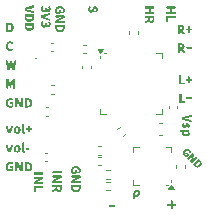
<source format=gbr>
%TF.GenerationSoftware,KiCad,Pcbnew,8.99.0-2176-gc19aa8170b*%
%TF.CreationDate,2024-08-30T16:07:14-04:00*%
%TF.ProjectId,scampi,7363616d-7069-42e6-9b69-6361645f7063,rev?*%
%TF.SameCoordinates,Original*%
%TF.FileFunction,Legend,Top*%
%TF.FilePolarity,Positive*%
%FSLAX46Y46*%
G04 Gerber Fmt 4.6, Leading zero omitted, Abs format (unit mm)*
G04 Created by KiCad (PCBNEW 8.99.0-2176-gc19aa8170b) date 2024-08-30 16:07:14*
%MOMM*%
%LPD*%
G01*
G04 APERTURE LIST*
%ADD10C,0.093750*%
%ADD11C,0.120000*%
%ADD12C,0.100000*%
G04 APERTURE END LIST*
D10*
G36*
X152577011Y-87190262D02*
G01*
X151899740Y-87190262D01*
X151884710Y-87191710D01*
X151872056Y-87195984D01*
X151862696Y-87202241D01*
X151855473Y-87210671D01*
X151847788Y-87233434D01*
X151847259Y-87242790D01*
X151847259Y-87325726D01*
X151848707Y-87340772D01*
X151852979Y-87353431D01*
X151859231Y-87362787D01*
X151867654Y-87370004D01*
X151890398Y-87377680D01*
X151899740Y-87378207D01*
X152168560Y-87378207D01*
X152168560Y-87635487D01*
X151899740Y-87635487D01*
X151884693Y-87636935D01*
X151872028Y-87641211D01*
X151862671Y-87647466D01*
X151855452Y-87655896D01*
X151847783Y-87678656D01*
X151847259Y-87687968D01*
X151847259Y-87769851D01*
X151848707Y-87784900D01*
X151852979Y-87797567D01*
X151859233Y-87806934D01*
X151867658Y-87814163D01*
X151890397Y-87821849D01*
X151899740Y-87822378D01*
X152577011Y-87822378D01*
X152592042Y-87820930D01*
X152604695Y-87816656D01*
X152614055Y-87810400D01*
X152621278Y-87801970D01*
X152628963Y-87779207D01*
X152629492Y-87769851D01*
X152629492Y-87687968D01*
X152628044Y-87672922D01*
X152623772Y-87660263D01*
X152617520Y-87650907D01*
X152609097Y-87643690D01*
X152586353Y-87636015D01*
X152577011Y-87635487D01*
X152331318Y-87635487D01*
X152331318Y-87378207D01*
X152577011Y-87378207D01*
X152592058Y-87376759D01*
X152604723Y-87372483D01*
X152614080Y-87366228D01*
X152621299Y-87357798D01*
X152628968Y-87335038D01*
X152629492Y-87325726D01*
X152629492Y-87242790D01*
X152628044Y-87227740D01*
X152623772Y-87215074D01*
X152617518Y-87205706D01*
X152609093Y-87198478D01*
X152586354Y-87190792D01*
X152577011Y-87190262D01*
G37*
G36*
X152586705Y-88003385D02*
G01*
X152609454Y-88011058D01*
X152617881Y-88018280D01*
X152624134Y-88027642D01*
X152628410Y-88040319D01*
X152629859Y-88055386D01*
X152629859Y-88289538D01*
X152626559Y-88354957D01*
X152614583Y-88420936D01*
X152595115Y-88474070D01*
X152568882Y-88516338D01*
X152535816Y-88549292D01*
X152516479Y-88562549D01*
X152494984Y-88573720D01*
X152471020Y-88582753D01*
X152444688Y-88589409D01*
X152415017Y-88593644D01*
X152382654Y-88595086D01*
X152374592Y-88594997D01*
X152343874Y-88592915D01*
X152315309Y-88588168D01*
X152288881Y-88580891D01*
X152264547Y-88571211D01*
X152241861Y-88559004D01*
X152221293Y-88544572D01*
X152202085Y-88527324D01*
X152185107Y-88507968D01*
X152169508Y-88485325D01*
X152156333Y-88460676D01*
X151909586Y-88599254D01*
X151884612Y-88607662D01*
X151865648Y-88604460D01*
X151857992Y-88598669D01*
X151852159Y-88590201D01*
X151848043Y-88577850D01*
X151846618Y-88562526D01*
X151846618Y-88466950D01*
X151848195Y-88450204D01*
X151852287Y-88437216D01*
X151858912Y-88425932D01*
X151869913Y-88414603D01*
X151884399Y-88405035D01*
X152121711Y-88281112D01*
X152121711Y-88274838D01*
X152269768Y-88274838D01*
X152269928Y-88284570D01*
X152276416Y-88331761D01*
X152290893Y-88366342D01*
X152312549Y-88390891D01*
X152326497Y-88399944D01*
X152342351Y-88406561D01*
X152361433Y-88410904D01*
X152382654Y-88412362D01*
X152409185Y-88409892D01*
X152437747Y-88398693D01*
X152449492Y-88389270D01*
X152459158Y-88377456D01*
X152467989Y-88360669D01*
X152474354Y-88340727D01*
X152479256Y-88310315D01*
X152480794Y-88274838D01*
X152480794Y-88190803D01*
X152269768Y-88190803D01*
X152269768Y-88274838D01*
X152121711Y-88274838D01*
X152121711Y-88190803D01*
X151899099Y-88190803D01*
X151889772Y-88190279D01*
X151867019Y-88182617D01*
X151858594Y-88175405D01*
X151852342Y-88166055D01*
X151848066Y-88153385D01*
X151846618Y-88138322D01*
X151846618Y-88055386D01*
X151847147Y-88046015D01*
X151854824Y-88023258D01*
X151862041Y-88014833D01*
X151871394Y-88008580D01*
X151884053Y-88004306D01*
X151899099Y-88002858D01*
X152577377Y-88002858D01*
X152586705Y-88003385D01*
G37*
G36*
X140421044Y-90967441D02*
G01*
X140454604Y-90965980D01*
X140486992Y-90961619D01*
X140517596Y-90954547D01*
X140546983Y-90944739D01*
X140574880Y-90932339D01*
X140601494Y-90917304D01*
X140641503Y-90887665D01*
X140650994Y-90877055D01*
X140656923Y-90865956D01*
X140659351Y-90855246D01*
X140658871Y-90844309D01*
X140649089Y-90821415D01*
X140643610Y-90814163D01*
X140611049Y-90775374D01*
X140599958Y-90764450D01*
X140588604Y-90757700D01*
X140578392Y-90755081D01*
X140567852Y-90755404D01*
X140544695Y-90764948D01*
X140538601Y-90769100D01*
X140515120Y-90783586D01*
X140489905Y-90794918D01*
X140467382Y-90801511D01*
X140443328Y-90805135D01*
X140428371Y-90805737D01*
X140404664Y-90804281D01*
X140382298Y-90799955D01*
X140361849Y-90793027D01*
X140342823Y-90783480D01*
X140309513Y-90756949D01*
X140282333Y-90720118D01*
X140261920Y-90672161D01*
X140249600Y-90612125D01*
X140246746Y-90560639D01*
X140248182Y-90526779D01*
X140252372Y-90495178D01*
X140259111Y-90466016D01*
X140268235Y-90439248D01*
X140279483Y-90415108D01*
X140292741Y-90393481D01*
X140307685Y-90374608D01*
X140324265Y-90358345D01*
X140342124Y-90344891D01*
X140361261Y-90334134D01*
X140381345Y-90326200D01*
X140402373Y-90321057D01*
X140430478Y-90318655D01*
X140472919Y-90324150D01*
X140512961Y-90340363D01*
X140526007Y-90348010D01*
X140541317Y-90356403D01*
X140555808Y-90360507D01*
X140567126Y-90360531D01*
X140577935Y-90357416D01*
X140597386Y-90342182D01*
X140599509Y-90339630D01*
X140632069Y-90299788D01*
X140640696Y-90287166D01*
X140645786Y-90274347D01*
X140647229Y-90262759D01*
X140645518Y-90251492D01*
X140640906Y-90241345D01*
X140633292Y-90231887D01*
X140626803Y-90226286D01*
X140599803Y-90207783D01*
X140570162Y-90191399D01*
X140540815Y-90178716D01*
X140509483Y-90168692D01*
X140478976Y-90162177D01*
X140446967Y-90158602D01*
X140427318Y-90158005D01*
X140393510Y-90159463D01*
X140360346Y-90163809D01*
X140328056Y-90170983D01*
X140296743Y-90180947D01*
X140266790Y-90193557D01*
X140238130Y-90208832D01*
X140211232Y-90226509D01*
X140185917Y-90246709D01*
X140162658Y-90269059D01*
X140141244Y-90293783D01*
X140122084Y-90320448D01*
X140105013Y-90349346D01*
X140090341Y-90380049D01*
X140077989Y-90412859D01*
X140068176Y-90447414D01*
X140060916Y-90483968D01*
X140056363Y-90522268D01*
X140054605Y-90562476D01*
X140054588Y-90566913D01*
X140056032Y-90608517D01*
X140060277Y-90647887D01*
X140067142Y-90684782D01*
X140076518Y-90719454D01*
X140088247Y-90751822D01*
X140102224Y-90781963D01*
X140118375Y-90809951D01*
X140136534Y-90835681D01*
X140178798Y-90880716D01*
X140228507Y-90916935D01*
X140285157Y-90943925D01*
X140348084Y-90961020D01*
X140416304Y-90967415D01*
X140421044Y-90967441D01*
G37*
G36*
X142371149Y-87108380D02*
G01*
X141691772Y-87311025D01*
X141677788Y-87316518D01*
X141666470Y-87324197D01*
X141658265Y-87333310D01*
X141652406Y-87344180D01*
X141647717Y-87370880D01*
X141647717Y-87504237D01*
X141649183Y-87519950D01*
X141653583Y-87533656D01*
X141660121Y-87544265D01*
X141669082Y-87553043D01*
X141691772Y-87564091D01*
X142371149Y-87766737D01*
X142386021Y-87769611D01*
X142399069Y-87769073D01*
X142409106Y-87765761D01*
X142417346Y-87759859D01*
X142427627Y-87741467D01*
X142429950Y-87722636D01*
X142429950Y-87640707D01*
X142428456Y-87624075D01*
X142423860Y-87609970D01*
X142417394Y-87600006D01*
X142408462Y-87591916D01*
X142384796Y-87581906D01*
X142072928Y-87505290D01*
X141954385Y-87476516D01*
X141823022Y-87444382D01*
X141823022Y-87439115D01*
X141931113Y-87413174D01*
X142072928Y-87378207D01*
X142384796Y-87300538D01*
X142399362Y-87295510D01*
X142411059Y-87288201D01*
X142419239Y-87279592D01*
X142425096Y-87269143D01*
X142429950Y-87241737D01*
X142429950Y-87152481D01*
X142428517Y-87137342D01*
X142424348Y-87124987D01*
X142418371Y-87116291D01*
X142410452Y-87110058D01*
X142390046Y-87105311D01*
X142371149Y-87108380D01*
G37*
G36*
X142384843Y-87865635D02*
G01*
X142407582Y-87873321D01*
X142416007Y-87880549D01*
X142422261Y-87889917D01*
X142426533Y-87902583D01*
X142427981Y-87917633D01*
X142427981Y-88089824D01*
X142427791Y-88106425D01*
X142420674Y-88187526D01*
X142404257Y-88256708D01*
X142379521Y-88315354D01*
X142346901Y-88364721D01*
X142306225Y-88405741D01*
X142282591Y-88423314D01*
X142256719Y-88438843D01*
X142228099Y-88452465D01*
X142197098Y-88463845D01*
X142162699Y-88473141D01*
X142125706Y-88479925D01*
X142084607Y-88484229D01*
X142040642Y-88485681D01*
X142037560Y-88485674D01*
X141954901Y-88479879D01*
X141884013Y-88464180D01*
X141823509Y-88439585D01*
X141796735Y-88424098D01*
X141772229Y-88406576D01*
X141749668Y-88386802D01*
X141729393Y-88365089D01*
X141710876Y-88340779D01*
X141694736Y-88314578D01*
X141680401Y-88285316D01*
X141668597Y-88254184D01*
X141658876Y-88219514D01*
X141651891Y-88182990D01*
X141647448Y-88142555D01*
X141645976Y-88100311D01*
X141645976Y-88078284D01*
X141797193Y-88078284D01*
X141802363Y-88138157D01*
X141816085Y-88183665D01*
X141837920Y-88220338D01*
X141852070Y-88235914D01*
X141868668Y-88249829D01*
X141888155Y-88262166D01*
X141910419Y-88272600D01*
X141936745Y-88281356D01*
X141966376Y-88287831D01*
X142001492Y-88292079D01*
X142040642Y-88293523D01*
X142094201Y-88290702D01*
X142151790Y-88278999D01*
X142195850Y-88259550D01*
X142213989Y-88246908D01*
X142229526Y-88232509D01*
X142243397Y-88215315D01*
X142254650Y-88196337D01*
X142264453Y-88172847D01*
X142271387Y-88147378D01*
X142276321Y-88114023D01*
X142277863Y-88078284D01*
X142277863Y-88053050D01*
X141797193Y-88053050D01*
X141797193Y-88078284D01*
X141645976Y-88078284D01*
X141645976Y-87917633D01*
X141646506Y-87908277D01*
X141654190Y-87885514D01*
X141661414Y-87877084D01*
X141670773Y-87870827D01*
X141683427Y-87866553D01*
X141698458Y-87865105D01*
X142375499Y-87865105D01*
X142384843Y-87865635D01*
G37*
G36*
X142384843Y-88630603D02*
G01*
X142407582Y-88638290D01*
X142416007Y-88645518D01*
X142422261Y-88654885D01*
X142426533Y-88667552D01*
X142427981Y-88682602D01*
X142427981Y-88854793D01*
X142427791Y-88871394D01*
X142420674Y-88952495D01*
X142404257Y-89021677D01*
X142379521Y-89080322D01*
X142346901Y-89129689D01*
X142306225Y-89170709D01*
X142282591Y-89188283D01*
X142256719Y-89203812D01*
X142228099Y-89217433D01*
X142197098Y-89228813D01*
X142162699Y-89238109D01*
X142125706Y-89244894D01*
X142084607Y-89249197D01*
X142040642Y-89250649D01*
X142037560Y-89250643D01*
X141954901Y-89244847D01*
X141884013Y-89229149D01*
X141823509Y-89204554D01*
X141796735Y-89189066D01*
X141772229Y-89171545D01*
X141749668Y-89151771D01*
X141729393Y-89130057D01*
X141710876Y-89105747D01*
X141694736Y-89079546D01*
X141680401Y-89050285D01*
X141668597Y-89019153D01*
X141658876Y-88984482D01*
X141651891Y-88947959D01*
X141647448Y-88907524D01*
X141645976Y-88865280D01*
X141645976Y-88843252D01*
X141797193Y-88843252D01*
X141802363Y-88903125D01*
X141816085Y-88948634D01*
X141837920Y-88985307D01*
X141852070Y-89000883D01*
X141868668Y-89014797D01*
X141888155Y-89027134D01*
X141910419Y-89037569D01*
X141936745Y-89046325D01*
X141966376Y-89052800D01*
X142001492Y-89057047D01*
X142040642Y-89058491D01*
X142094201Y-89055670D01*
X142151790Y-89043968D01*
X142195850Y-89024518D01*
X142213989Y-89011877D01*
X142229526Y-88997478D01*
X142243397Y-88980283D01*
X142254650Y-88961306D01*
X142264453Y-88937815D01*
X142271387Y-88912347D01*
X142276321Y-88878992D01*
X142277863Y-88843252D01*
X142277863Y-88818019D01*
X141797193Y-88818019D01*
X141797193Y-88843252D01*
X141645976Y-88843252D01*
X141645976Y-88682602D01*
X141646506Y-88673246D01*
X141654190Y-88650483D01*
X141661414Y-88642052D01*
X141670773Y-88635796D01*
X141683427Y-88631522D01*
X141698458Y-88630074D01*
X142375499Y-88630074D01*
X142384843Y-88630603D01*
G37*
G36*
X144727423Y-101140262D02*
G01*
X144050198Y-101140262D01*
X144035152Y-101141710D01*
X144022493Y-101145984D01*
X144013140Y-101152237D01*
X144005924Y-101160662D01*
X143998246Y-101183419D01*
X143997717Y-101192790D01*
X143997717Y-101275726D01*
X143999165Y-101290789D01*
X144003441Y-101303459D01*
X144009693Y-101312809D01*
X144018118Y-101320021D01*
X144040871Y-101327683D01*
X144050198Y-101328207D01*
X144727423Y-101328207D01*
X144742489Y-101326759D01*
X144755167Y-101322483D01*
X144764529Y-101316230D01*
X144771751Y-101307803D01*
X144779424Y-101285054D01*
X144779950Y-101275726D01*
X144779950Y-101192790D01*
X144778502Y-101177740D01*
X144774228Y-101165074D01*
X144767974Y-101155709D01*
X144759546Y-101148482D01*
X144736795Y-101140794D01*
X144727423Y-101140262D01*
G37*
G36*
X144727423Y-101507359D02*
G01*
X144050198Y-101507359D01*
X144035152Y-101508807D01*
X144022493Y-101513081D01*
X144013140Y-101519334D01*
X144005924Y-101527759D01*
X143998246Y-101550516D01*
X143997717Y-101559887D01*
X143997717Y-101633389D01*
X143999165Y-101648437D01*
X144003441Y-101661101D01*
X144009696Y-101670458D01*
X144018126Y-101677677D01*
X144040886Y-101685346D01*
X144050198Y-101685870D01*
X144257057Y-101685870D01*
X144360154Y-101681019D01*
X144473224Y-101669487D01*
X144545798Y-101661736D01*
X144545798Y-101666957D01*
X144374660Y-101743619D01*
X144035498Y-101917916D01*
X144020551Y-101927399D01*
X144009510Y-101938494D01*
X144003143Y-101949317D01*
X143999259Y-101961829D01*
X143997717Y-101978825D01*
X143997717Y-102075407D01*
X143999165Y-102090474D01*
X144003441Y-102103151D01*
X144009694Y-102112513D01*
X144018122Y-102119736D01*
X144040870Y-102127409D01*
X144050198Y-102127935D01*
X144727423Y-102127935D01*
X144742472Y-102126487D01*
X144755139Y-102122213D01*
X144764504Y-102115958D01*
X144771731Y-102107531D01*
X144779419Y-102084779D01*
X144779950Y-102075407D01*
X144779950Y-102001905D01*
X144778502Y-101986875D01*
X144774228Y-101974221D01*
X144767972Y-101964861D01*
X144759542Y-101957638D01*
X144736779Y-101949953D01*
X144727423Y-101949424D01*
X144520610Y-101949424D01*
X144416942Y-101954321D01*
X144277101Y-101969283D01*
X144231823Y-101974611D01*
X144231823Y-101969345D01*
X144405068Y-101892729D01*
X144742123Y-101718431D01*
X144756600Y-101708885D01*
X144767599Y-101697580D01*
X144774242Y-101686302D01*
X144778352Y-101673325D01*
X144779950Y-101656470D01*
X144779950Y-101559887D01*
X144778502Y-101544837D01*
X144774228Y-101532171D01*
X144767974Y-101522806D01*
X144759546Y-101515579D01*
X144736795Y-101507891D01*
X144727423Y-101507359D01*
G37*
G36*
X144736705Y-102309491D02*
G01*
X144759454Y-102317164D01*
X144767881Y-102324386D01*
X144774134Y-102333748D01*
X144778410Y-102346426D01*
X144779859Y-102361492D01*
X144779859Y-102595645D01*
X144776559Y-102661063D01*
X144764583Y-102727042D01*
X144745115Y-102780176D01*
X144718882Y-102822444D01*
X144685816Y-102855398D01*
X144666479Y-102868655D01*
X144644984Y-102879826D01*
X144621020Y-102888859D01*
X144594688Y-102895515D01*
X144565017Y-102899750D01*
X144532654Y-102901192D01*
X144524592Y-102901103D01*
X144493874Y-102899021D01*
X144465309Y-102894274D01*
X144438881Y-102886997D01*
X144414547Y-102877317D01*
X144391861Y-102865110D01*
X144371293Y-102850678D01*
X144352085Y-102833430D01*
X144335107Y-102814074D01*
X144319508Y-102791431D01*
X144306333Y-102766782D01*
X144059586Y-102905360D01*
X144034612Y-102913768D01*
X144015648Y-102910566D01*
X144007992Y-102904775D01*
X144002159Y-102896307D01*
X143998043Y-102883956D01*
X143996618Y-102868632D01*
X143996618Y-102773056D01*
X143998195Y-102756310D01*
X144002287Y-102743322D01*
X144008912Y-102732038D01*
X144019913Y-102720709D01*
X144034399Y-102711141D01*
X144271711Y-102587218D01*
X144271711Y-102580944D01*
X144419768Y-102580944D01*
X144419928Y-102590676D01*
X144426416Y-102637868D01*
X144440893Y-102672448D01*
X144462549Y-102696998D01*
X144476497Y-102706050D01*
X144492351Y-102712667D01*
X144511433Y-102717010D01*
X144532654Y-102718468D01*
X144559185Y-102715998D01*
X144587747Y-102704799D01*
X144599492Y-102695376D01*
X144609158Y-102683562D01*
X144617989Y-102666776D01*
X144624354Y-102646833D01*
X144629256Y-102616421D01*
X144630794Y-102580944D01*
X144630794Y-102496909D01*
X144419768Y-102496909D01*
X144419768Y-102580944D01*
X144271711Y-102580944D01*
X144271711Y-102496909D01*
X144049099Y-102496909D01*
X144039772Y-102496385D01*
X144017019Y-102488723D01*
X144008594Y-102481511D01*
X144002342Y-102472161D01*
X143998066Y-102459491D01*
X143996618Y-102444428D01*
X143996618Y-102361492D01*
X143997147Y-102352121D01*
X144004824Y-102329364D01*
X144012041Y-102320939D01*
X144021394Y-102314686D01*
X144034053Y-102310412D01*
X144049099Y-102308965D01*
X144727377Y-102308965D01*
X144736705Y-102309491D01*
G37*
G36*
X140442018Y-101167441D02*
G01*
X140509399Y-101161917D01*
X140575675Y-101145445D01*
X140636844Y-101118962D01*
X140680384Y-101090825D01*
X140689469Y-101082191D01*
X140695861Y-101071947D01*
X140701979Y-101045543D01*
X140702411Y-101033077D01*
X140702411Y-100759311D01*
X140700964Y-100744261D01*
X140696691Y-100731594D01*
X140690437Y-100722227D01*
X140682012Y-100714999D01*
X140659273Y-100707312D01*
X140649930Y-100706783D01*
X140464091Y-100706783D01*
X140449042Y-100708231D01*
X140436375Y-100712505D01*
X140427010Y-100718760D01*
X140419784Y-100727187D01*
X140412095Y-100749939D01*
X140411564Y-100759311D01*
X140411564Y-100807625D01*
X140413012Y-100822656D01*
X140417286Y-100835310D01*
X140423542Y-100844669D01*
X140431972Y-100851893D01*
X140454736Y-100859578D01*
X140464091Y-100860107D01*
X140535487Y-100860107D01*
X140535487Y-100985861D01*
X140509598Y-100998478D01*
X140469511Y-101005555D01*
X140461985Y-101005737D01*
X140430986Y-101004281D01*
X140402463Y-100999954D01*
X140377683Y-100993251D01*
X140355099Y-100984069D01*
X140335341Y-100972884D01*
X140317609Y-100959476D01*
X140288306Y-100926378D01*
X140266402Y-100883842D01*
X140252147Y-100830088D01*
X140246746Y-100760364D01*
X140248189Y-100726518D01*
X140252425Y-100694936D01*
X140259177Y-100666186D01*
X140268364Y-100639767D01*
X140279617Y-100616185D01*
X140292968Y-100594982D01*
X140308020Y-100576520D01*
X140324866Y-100560489D01*
X140343196Y-100547075D01*
X140363057Y-100536170D01*
X140406926Y-100522137D01*
X140445178Y-100518655D01*
X140470470Y-100520074D01*
X140493428Y-100524147D01*
X140534625Y-100539647D01*
X140549134Y-100547964D01*
X140564476Y-100556331D01*
X140578991Y-100560406D01*
X140590318Y-100560405D01*
X140601139Y-100557266D01*
X140620641Y-100541975D01*
X140622636Y-100539584D01*
X140656204Y-100499788D01*
X140665032Y-100486426D01*
X140670073Y-100473123D01*
X140671234Y-100461675D01*
X140669206Y-100450630D01*
X140656337Y-100431554D01*
X140649930Y-100426286D01*
X140623667Y-100408368D01*
X140594483Y-100392413D01*
X140565149Y-100379928D01*
X140533354Y-100369893D01*
X140501457Y-100363072D01*
X140467415Y-100359030D01*
X140438858Y-100358005D01*
X140403341Y-100359463D01*
X140368644Y-100363808D01*
X140335128Y-100370945D01*
X140302735Y-100380849D01*
X140271950Y-100393326D01*
X140242569Y-100408427D01*
X140215121Y-100425846D01*
X140189331Y-100445737D01*
X140165692Y-100467706D01*
X140143942Y-100491996D01*
X140124479Y-100518183D01*
X140107120Y-100546554D01*
X140092154Y-100576724D01*
X140079505Y-100608958D01*
X140069366Y-100642969D01*
X140061764Y-100678947D01*
X140056836Y-100716733D01*
X140054679Y-100756406D01*
X140054588Y-100766638D01*
X140056034Y-100807909D01*
X140060296Y-100846981D01*
X140067170Y-100883465D01*
X140076575Y-100917784D01*
X140088320Y-100949738D01*
X140102346Y-100979538D01*
X140118550Y-101007186D01*
X140136817Y-101032663D01*
X140179478Y-101077399D01*
X140230038Y-101113721D01*
X140288297Y-101141276D01*
X140353959Y-101159399D01*
X140426450Y-101167203D01*
X140442018Y-101167441D01*
G37*
G36*
X140859627Y-100422576D02*
G01*
X140859627Y-101099801D01*
X140861075Y-101114847D01*
X140865349Y-101127506D01*
X140871602Y-101136859D01*
X140880027Y-101144075D01*
X140902784Y-101151753D01*
X140912155Y-101152282D01*
X140985657Y-101152282D01*
X141000705Y-101150834D01*
X141013369Y-101146558D01*
X141022726Y-101140303D01*
X141029945Y-101131873D01*
X141037614Y-101109113D01*
X141038138Y-101099801D01*
X141038138Y-100892942D01*
X141033287Y-100789845D01*
X141021755Y-100676775D01*
X141014004Y-100604201D01*
X141019225Y-100604201D01*
X141095887Y-100775339D01*
X141270184Y-101114501D01*
X141279667Y-101129448D01*
X141290762Y-101140489D01*
X141301585Y-101146856D01*
X141314097Y-101150740D01*
X141331092Y-101152282D01*
X141427675Y-101152282D01*
X141442742Y-101150834D01*
X141455419Y-101146558D01*
X141464781Y-101140305D01*
X141472004Y-101131877D01*
X141479677Y-101109129D01*
X141480203Y-101099801D01*
X141480203Y-100422576D01*
X141478755Y-100407527D01*
X141474481Y-100394860D01*
X141468226Y-100385495D01*
X141459799Y-100378268D01*
X141437047Y-100370580D01*
X141427675Y-100370049D01*
X141354173Y-100370049D01*
X141339143Y-100371497D01*
X141326489Y-100375771D01*
X141317129Y-100382027D01*
X141309906Y-100390457D01*
X141302221Y-100413220D01*
X141301692Y-100422576D01*
X141301692Y-100629389D01*
X141306589Y-100733057D01*
X141321551Y-100872898D01*
X141326879Y-100918176D01*
X141321613Y-100918176D01*
X141244997Y-100744931D01*
X141070699Y-100407876D01*
X141061153Y-100393399D01*
X141049848Y-100382400D01*
X141038570Y-100375757D01*
X141025593Y-100371647D01*
X141008738Y-100370049D01*
X140912155Y-100370049D01*
X140897105Y-100371497D01*
X140884439Y-100375771D01*
X140875074Y-100382025D01*
X140867847Y-100390453D01*
X140860159Y-100413204D01*
X140859627Y-100422576D01*
G37*
G36*
X141902552Y-100372208D02*
G01*
X141983653Y-100379325D01*
X142052835Y-100395742D01*
X142111481Y-100420478D01*
X142160848Y-100453098D01*
X142201868Y-100493774D01*
X142219441Y-100517408D01*
X142234970Y-100543280D01*
X142248592Y-100571900D01*
X142259972Y-100602901D01*
X142269268Y-100637300D01*
X142276052Y-100674293D01*
X142280356Y-100715392D01*
X142281808Y-100759357D01*
X142281801Y-100762439D01*
X142276006Y-100845098D01*
X142260307Y-100915986D01*
X142235712Y-100976490D01*
X142220225Y-101003264D01*
X142202703Y-101027770D01*
X142182929Y-101050331D01*
X142161216Y-101070606D01*
X142136906Y-101089123D01*
X142110705Y-101105263D01*
X142081443Y-101119598D01*
X142050311Y-101131402D01*
X142015641Y-101141123D01*
X141979117Y-101148108D01*
X141938682Y-101152551D01*
X141896438Y-101154023D01*
X141713760Y-101154023D01*
X141704404Y-101153493D01*
X141681641Y-101145809D01*
X141673211Y-101138585D01*
X141666954Y-101129226D01*
X141662680Y-101116572D01*
X141661232Y-101101541D01*
X141661232Y-101002806D01*
X141849177Y-101002806D01*
X141874411Y-101002806D01*
X141934284Y-100997636D01*
X141979792Y-100983914D01*
X142016465Y-100962079D01*
X142032041Y-100947929D01*
X142045956Y-100931331D01*
X142058293Y-100911844D01*
X142068727Y-100889580D01*
X142077483Y-100863254D01*
X142083958Y-100833623D01*
X142088206Y-100798507D01*
X142089650Y-100759357D01*
X142086829Y-100705798D01*
X142075126Y-100648209D01*
X142055677Y-100604149D01*
X142043035Y-100586010D01*
X142028636Y-100570473D01*
X142011442Y-100556602D01*
X141992464Y-100545349D01*
X141968974Y-100535546D01*
X141943505Y-100528612D01*
X141910150Y-100523678D01*
X141874411Y-100522136D01*
X141849177Y-100522136D01*
X141849177Y-101002806D01*
X141661232Y-101002806D01*
X141661232Y-100424500D01*
X141661762Y-100415156D01*
X141669448Y-100392417D01*
X141676676Y-100383992D01*
X141686044Y-100377738D01*
X141698710Y-100373466D01*
X141713760Y-100372018D01*
X141885951Y-100372018D01*
X141902552Y-100372208D01*
G37*
G36*
X140442018Y-95767441D02*
G01*
X140509399Y-95761917D01*
X140575675Y-95745445D01*
X140636844Y-95718962D01*
X140680384Y-95690825D01*
X140689469Y-95682191D01*
X140695861Y-95671947D01*
X140701979Y-95645543D01*
X140702411Y-95633077D01*
X140702411Y-95359311D01*
X140700964Y-95344261D01*
X140696691Y-95331594D01*
X140690437Y-95322227D01*
X140682012Y-95314999D01*
X140659273Y-95307312D01*
X140649930Y-95306783D01*
X140464091Y-95306783D01*
X140449042Y-95308231D01*
X140436375Y-95312505D01*
X140427010Y-95318760D01*
X140419784Y-95327187D01*
X140412095Y-95349939D01*
X140411564Y-95359311D01*
X140411564Y-95407625D01*
X140413012Y-95422656D01*
X140417286Y-95435310D01*
X140423542Y-95444669D01*
X140431972Y-95451893D01*
X140454736Y-95459578D01*
X140464091Y-95460107D01*
X140535487Y-95460107D01*
X140535487Y-95585861D01*
X140509598Y-95598478D01*
X140469511Y-95605555D01*
X140461985Y-95605737D01*
X140430986Y-95604281D01*
X140402463Y-95599954D01*
X140377683Y-95593251D01*
X140355099Y-95584069D01*
X140335341Y-95572884D01*
X140317609Y-95559476D01*
X140288306Y-95526378D01*
X140266402Y-95483842D01*
X140252147Y-95430088D01*
X140246746Y-95360364D01*
X140248189Y-95326518D01*
X140252425Y-95294936D01*
X140259177Y-95266186D01*
X140268364Y-95239767D01*
X140279617Y-95216185D01*
X140292968Y-95194982D01*
X140308020Y-95176520D01*
X140324866Y-95160489D01*
X140343196Y-95147075D01*
X140363057Y-95136170D01*
X140406926Y-95122137D01*
X140445178Y-95118655D01*
X140470470Y-95120074D01*
X140493428Y-95124147D01*
X140534625Y-95139647D01*
X140549134Y-95147964D01*
X140564476Y-95156331D01*
X140578991Y-95160406D01*
X140590318Y-95160405D01*
X140601139Y-95157266D01*
X140620641Y-95141975D01*
X140622636Y-95139584D01*
X140656204Y-95099788D01*
X140665032Y-95086426D01*
X140670073Y-95073123D01*
X140671234Y-95061675D01*
X140669206Y-95050630D01*
X140656337Y-95031554D01*
X140649930Y-95026286D01*
X140623667Y-95008368D01*
X140594483Y-94992413D01*
X140565149Y-94979928D01*
X140533354Y-94969893D01*
X140501457Y-94963072D01*
X140467415Y-94959030D01*
X140438858Y-94958005D01*
X140403341Y-94959463D01*
X140368644Y-94963808D01*
X140335128Y-94970945D01*
X140302735Y-94980849D01*
X140271950Y-94993326D01*
X140242569Y-95008427D01*
X140215121Y-95025846D01*
X140189331Y-95045737D01*
X140165692Y-95067706D01*
X140143942Y-95091996D01*
X140124479Y-95118183D01*
X140107120Y-95146554D01*
X140092154Y-95176724D01*
X140079505Y-95208958D01*
X140069366Y-95242969D01*
X140061764Y-95278947D01*
X140056836Y-95316733D01*
X140054679Y-95356406D01*
X140054588Y-95366638D01*
X140056034Y-95407909D01*
X140060296Y-95446981D01*
X140067170Y-95483465D01*
X140076575Y-95517784D01*
X140088320Y-95549738D01*
X140102346Y-95579538D01*
X140118550Y-95607186D01*
X140136817Y-95632663D01*
X140179478Y-95677399D01*
X140230038Y-95713721D01*
X140288297Y-95741276D01*
X140353959Y-95759399D01*
X140426450Y-95767203D01*
X140442018Y-95767441D01*
G37*
G36*
X140859627Y-95022576D02*
G01*
X140859627Y-95699801D01*
X140861075Y-95714847D01*
X140865349Y-95727506D01*
X140871602Y-95736859D01*
X140880027Y-95744075D01*
X140902784Y-95751753D01*
X140912155Y-95752282D01*
X140985657Y-95752282D01*
X141000705Y-95750834D01*
X141013369Y-95746558D01*
X141022726Y-95740303D01*
X141029945Y-95731873D01*
X141037614Y-95709113D01*
X141038138Y-95699801D01*
X141038138Y-95492942D01*
X141033287Y-95389845D01*
X141021755Y-95276775D01*
X141014004Y-95204201D01*
X141019225Y-95204201D01*
X141095887Y-95375339D01*
X141270184Y-95714501D01*
X141279667Y-95729448D01*
X141290762Y-95740489D01*
X141301585Y-95746856D01*
X141314097Y-95750740D01*
X141331092Y-95752282D01*
X141427675Y-95752282D01*
X141442742Y-95750834D01*
X141455419Y-95746558D01*
X141464781Y-95740305D01*
X141472004Y-95731877D01*
X141479677Y-95709129D01*
X141480203Y-95699801D01*
X141480203Y-95022576D01*
X141478755Y-95007527D01*
X141474481Y-94994860D01*
X141468226Y-94985495D01*
X141459799Y-94978268D01*
X141437047Y-94970580D01*
X141427675Y-94970049D01*
X141354173Y-94970049D01*
X141339143Y-94971497D01*
X141326489Y-94975771D01*
X141317129Y-94982027D01*
X141309906Y-94990457D01*
X141302221Y-95013220D01*
X141301692Y-95022576D01*
X141301692Y-95229389D01*
X141306589Y-95333057D01*
X141321551Y-95472898D01*
X141326879Y-95518176D01*
X141321613Y-95518176D01*
X141244997Y-95344931D01*
X141070699Y-95007876D01*
X141061153Y-94993399D01*
X141049848Y-94982400D01*
X141038570Y-94975757D01*
X141025593Y-94971647D01*
X141008738Y-94970049D01*
X140912155Y-94970049D01*
X140897105Y-94971497D01*
X140884439Y-94975771D01*
X140875074Y-94982025D01*
X140867847Y-94990453D01*
X140860159Y-95013204D01*
X140859627Y-95022576D01*
G37*
G36*
X141902552Y-94972208D02*
G01*
X141983653Y-94979325D01*
X142052835Y-94995742D01*
X142111481Y-95020478D01*
X142160848Y-95053098D01*
X142201868Y-95093774D01*
X142219441Y-95117408D01*
X142234970Y-95143280D01*
X142248592Y-95171900D01*
X142259972Y-95202901D01*
X142269268Y-95237300D01*
X142276052Y-95274293D01*
X142280356Y-95315392D01*
X142281808Y-95359357D01*
X142281801Y-95362439D01*
X142276006Y-95445098D01*
X142260307Y-95515986D01*
X142235712Y-95576490D01*
X142220225Y-95603264D01*
X142202703Y-95627770D01*
X142182929Y-95650331D01*
X142161216Y-95670606D01*
X142136906Y-95689123D01*
X142110705Y-95705263D01*
X142081443Y-95719598D01*
X142050311Y-95731402D01*
X142015641Y-95741123D01*
X141979117Y-95748108D01*
X141938682Y-95752551D01*
X141896438Y-95754023D01*
X141713760Y-95754023D01*
X141704404Y-95753493D01*
X141681641Y-95745809D01*
X141673211Y-95738585D01*
X141666954Y-95729226D01*
X141662680Y-95716572D01*
X141661232Y-95701541D01*
X141661232Y-95602806D01*
X141849177Y-95602806D01*
X141874411Y-95602806D01*
X141934284Y-95597636D01*
X141979792Y-95583914D01*
X142016465Y-95562079D01*
X142032041Y-95547929D01*
X142045956Y-95531331D01*
X142058293Y-95511844D01*
X142068727Y-95489580D01*
X142077483Y-95463254D01*
X142083958Y-95433623D01*
X142088206Y-95398507D01*
X142089650Y-95359357D01*
X142086829Y-95305798D01*
X142075126Y-95248209D01*
X142055677Y-95204149D01*
X142043035Y-95186010D01*
X142028636Y-95170473D01*
X142011442Y-95156602D01*
X141992464Y-95145349D01*
X141968974Y-95135546D01*
X141943505Y-95128612D01*
X141910150Y-95123678D01*
X141874411Y-95122136D01*
X141849177Y-95122136D01*
X141849177Y-95602806D01*
X141661232Y-95602806D01*
X141661232Y-95024500D01*
X141661762Y-95015156D01*
X141669448Y-94992417D01*
X141676676Y-94983992D01*
X141686044Y-94977738D01*
X141698710Y-94973466D01*
X141713760Y-94972018D01*
X141885951Y-94972018D01*
X141902552Y-94972208D01*
G37*
G36*
X155721149Y-96358380D02*
G01*
X155041772Y-96561025D01*
X155027788Y-96566518D01*
X155016470Y-96574197D01*
X155008265Y-96583310D01*
X155002406Y-96594180D01*
X154997717Y-96620880D01*
X154997717Y-96754237D01*
X154999183Y-96769950D01*
X155003583Y-96783656D01*
X155010121Y-96794265D01*
X155019082Y-96803043D01*
X155041772Y-96814091D01*
X155721149Y-97016737D01*
X155736021Y-97019611D01*
X155749069Y-97019073D01*
X155759106Y-97015761D01*
X155767346Y-97009859D01*
X155777627Y-96991467D01*
X155779950Y-96972636D01*
X155779950Y-96890707D01*
X155778456Y-96874075D01*
X155773860Y-96859970D01*
X155767394Y-96850006D01*
X155758462Y-96841916D01*
X155734796Y-96831906D01*
X155422928Y-96755290D01*
X155304385Y-96726516D01*
X155173022Y-96694382D01*
X155173022Y-96689115D01*
X155281113Y-96663174D01*
X155422928Y-96628207D01*
X155734796Y-96550538D01*
X155749362Y-96545510D01*
X155761059Y-96538201D01*
X155769239Y-96529592D01*
X155775096Y-96519143D01*
X155779950Y-96491737D01*
X155779950Y-96402481D01*
X155778517Y-96387342D01*
X155774348Y-96374987D01*
X155768371Y-96366291D01*
X155760452Y-96360058D01*
X155740046Y-96355311D01*
X155721149Y-96358380D01*
G37*
G36*
X154983062Y-97278916D02*
G01*
X154984502Y-97314597D01*
X154988716Y-97347611D01*
X154995397Y-97377391D01*
X155004453Y-97404557D01*
X155015514Y-97428668D01*
X155028582Y-97450213D01*
X155043312Y-97468938D01*
X155059725Y-97485120D01*
X155077619Y-97498692D01*
X155096919Y-97509699D01*
X155139574Y-97524006D01*
X155178380Y-97527769D01*
X155202158Y-97526345D01*
X155223772Y-97522237D01*
X155261421Y-97506751D01*
X155293536Y-97481751D01*
X155321690Y-97446103D01*
X155347150Y-97397117D01*
X155357990Y-97370278D01*
X155364787Y-97350905D01*
X155378175Y-97313876D01*
X155392051Y-97284040D01*
X155408456Y-97264132D01*
X155418245Y-97258756D01*
X155429431Y-97256888D01*
X155441743Y-97258366D01*
X155452028Y-97262849D01*
X155465235Y-97278491D01*
X155471970Y-97306243D01*
X155472525Y-97319857D01*
X155466903Y-97358022D01*
X155449398Y-97400732D01*
X155442226Y-97416282D01*
X155439181Y-97430823D01*
X155439909Y-97442220D01*
X155443706Y-97452964D01*
X155460228Y-97472091D01*
X155463045Y-97474234D01*
X155490339Y-97494155D01*
X155503697Y-97502128D01*
X155516896Y-97506457D01*
X155528363Y-97507127D01*
X155539201Y-97504641D01*
X155548566Y-97499368D01*
X155556978Y-97491163D01*
X155562788Y-97482615D01*
X155578496Y-97453598D01*
X155591721Y-97421846D01*
X155600673Y-97392029D01*
X155606852Y-97360006D01*
X155610049Y-97313583D01*
X155608604Y-97281081D01*
X155604354Y-97250558D01*
X155597555Y-97222590D01*
X155588281Y-97196790D01*
X155576933Y-97173778D01*
X155563442Y-97153075D01*
X155548317Y-97135209D01*
X155531362Y-97119762D01*
X155513073Y-97107076D01*
X155493223Y-97096919D01*
X155472143Y-97089458D01*
X155449725Y-97084669D01*
X155421005Y-97082591D01*
X155398651Y-97084014D01*
X155378074Y-97088113D01*
X155341016Y-97103846D01*
X155308226Y-97129648D01*
X155278752Y-97166616D01*
X155252202Y-97216537D01*
X155244555Y-97234815D01*
X155235413Y-97258362D01*
X155220894Y-97294924D01*
X155205874Y-97325207D01*
X155188732Y-97345844D01*
X155178859Y-97351494D01*
X155167847Y-97353471D01*
X155155228Y-97351980D01*
X155144353Y-97347403D01*
X155136292Y-97340656D01*
X155129793Y-97331265D01*
X155121722Y-97303052D01*
X155120586Y-97283129D01*
X155126378Y-97239744D01*
X155144706Y-97192385D01*
X155154200Y-97174960D01*
X155161659Y-97159843D01*
X155165111Y-97145576D01*
X155164804Y-97134081D01*
X155161419Y-97123301D01*
X155145999Y-97104722D01*
X155141606Y-97101458D01*
X155110099Y-97079431D01*
X155097034Y-97071668D01*
X155084089Y-97067494D01*
X155072636Y-97066880D01*
X155061725Y-97069364D01*
X155043156Y-97082920D01*
X155036597Y-97092025D01*
X155007348Y-97154533D01*
X154996411Y-97188131D01*
X154988539Y-97222035D01*
X154983062Y-97278916D01*
G37*
G36*
X155552256Y-97635826D02*
G01*
X155574995Y-97643513D01*
X155583420Y-97650741D01*
X155589674Y-97660108D01*
X155593946Y-97672775D01*
X155595394Y-97687824D01*
X155595394Y-97740306D01*
X155592689Y-97766717D01*
X155583559Y-97785572D01*
X155576266Y-97791487D01*
X155567047Y-97794894D01*
X155537646Y-97801214D01*
X155537646Y-97804374D01*
X155558418Y-97830027D01*
X155587535Y-97878353D01*
X155604540Y-97926013D01*
X155610095Y-97972352D01*
X155609068Y-97994890D01*
X155605290Y-98020145D01*
X155598812Y-98044044D01*
X155589638Y-98066694D01*
X155577893Y-98087852D01*
X155563318Y-98107874D01*
X155546235Y-98126215D01*
X155526062Y-98143319D01*
X155503412Y-98158496D01*
X155477442Y-98172113D01*
X155449030Y-98183512D01*
X155417239Y-98192877D01*
X155383085Y-98199710D01*
X155345730Y-98204001D01*
X155306150Y-98205451D01*
X155250714Y-98202339D01*
X155215510Y-98196803D01*
X155182590Y-98188712D01*
X155151746Y-98178150D01*
X155123319Y-98165363D01*
X155097160Y-98150416D01*
X155073550Y-98133595D01*
X155052436Y-98114993D01*
X155033995Y-98094888D01*
X155018263Y-98073463D01*
X155005304Y-98050925D01*
X154987946Y-98003525D01*
X154982146Y-97954492D01*
X154982341Y-97946297D01*
X154984953Y-97923490D01*
X154988229Y-97910391D01*
X155135470Y-97910391D01*
X155135715Y-97917379D01*
X155143164Y-97947117D01*
X155150815Y-97960362D01*
X155161254Y-97972507D01*
X155174948Y-97983628D01*
X155191811Y-97993248D01*
X155212978Y-98001514D01*
X155237891Y-98007742D01*
X155268217Y-98011867D01*
X155302990Y-98013293D01*
X155313000Y-98013198D01*
X155371321Y-98007562D01*
X155410385Y-97995051D01*
X155436140Y-97976850D01*
X155445308Y-97965225D01*
X155451960Y-97951926D01*
X155456399Y-97935358D01*
X155457870Y-97916711D01*
X155455743Y-97895604D01*
X155450537Y-97878664D01*
X155442100Y-97862224D01*
X155427264Y-97842362D01*
X155407266Y-97822189D01*
X155170228Y-97822189D01*
X155161757Y-97832478D01*
X155150266Y-97850396D01*
X155142390Y-97868327D01*
X155137067Y-97889593D01*
X155135470Y-97910391D01*
X154988229Y-97910391D01*
X154990538Y-97901158D01*
X154999312Y-97878775D01*
X155011049Y-97857191D01*
X155026117Y-97835969D01*
X155044108Y-97815915D01*
X154950639Y-97822189D01*
X154831983Y-97822189D01*
X154822640Y-97821661D01*
X154799896Y-97813985D01*
X154791473Y-97806768D01*
X154785221Y-97797412D01*
X154780949Y-97784753D01*
X154779501Y-97769707D01*
X154779501Y-97687824D01*
X154780030Y-97678469D01*
X154787715Y-97655705D01*
X154794938Y-97647275D01*
X154804298Y-97641019D01*
X154816952Y-97636745D01*
X154831983Y-97635297D01*
X155542913Y-97635297D01*
X155552256Y-97635826D01*
G37*
G36*
X154690262Y-93072576D02*
G01*
X154690262Y-93749801D01*
X154691710Y-93764847D01*
X154695984Y-93777506D01*
X154702237Y-93786859D01*
X154710662Y-93794075D01*
X154733419Y-93801753D01*
X154742790Y-93802282D01*
X155130220Y-93802282D01*
X155145283Y-93800834D01*
X155157953Y-93796558D01*
X155167304Y-93790306D01*
X155174515Y-93781881D01*
X155182177Y-93759128D01*
X155182702Y-93749801D01*
X155182702Y-93697319D01*
X155181254Y-93682252D01*
X155176977Y-93669575D01*
X155170724Y-93660213D01*
X155162297Y-93652991D01*
X155139548Y-93645318D01*
X155130220Y-93644791D01*
X154878207Y-93644791D01*
X154878207Y-93072576D01*
X154876759Y-93057510D01*
X154872483Y-93044832D01*
X154866230Y-93035470D01*
X154857803Y-93028248D01*
X154835054Y-93020575D01*
X154825726Y-93020049D01*
X154742790Y-93020049D01*
X154727740Y-93021497D01*
X154715074Y-93025771D01*
X154705709Y-93032025D01*
X154698482Y-93040453D01*
X154690794Y-93063204D01*
X154690262Y-93072576D01*
G37*
G36*
X155320638Y-93473379D02*
G01*
X155478129Y-93473379D01*
X155478129Y-93640349D01*
X155479577Y-93655396D01*
X155483851Y-93668054D01*
X155490104Y-93677408D01*
X155498529Y-93684624D01*
X155521285Y-93692301D01*
X155530656Y-93692831D01*
X155562118Y-93692831D01*
X155577184Y-93691383D01*
X155589862Y-93687107D01*
X155599224Y-93680853D01*
X155606446Y-93672426D01*
X155614119Y-93649678D01*
X155614645Y-93640349D01*
X155614645Y-93473379D01*
X155773189Y-93473379D01*
X155788253Y-93471930D01*
X155800922Y-93467654D01*
X155810273Y-93461403D01*
X155817485Y-93452978D01*
X155825146Y-93430224D01*
X155825671Y-93420897D01*
X155825671Y-93394656D01*
X155824223Y-93379590D01*
X155819947Y-93366912D01*
X155813693Y-93357550D01*
X155805266Y-93350328D01*
X155782518Y-93342655D01*
X155773189Y-93342129D01*
X155614645Y-93342129D01*
X155614645Y-93174151D01*
X155613197Y-93159104D01*
X155608923Y-93146446D01*
X155602670Y-93137092D01*
X155594246Y-93129876D01*
X155571489Y-93122199D01*
X155562118Y-93121669D01*
X155530656Y-93121669D01*
X155515590Y-93123117D01*
X155502912Y-93127394D01*
X155493550Y-93133647D01*
X155486328Y-93142074D01*
X155478655Y-93164822D01*
X155478129Y-93174151D01*
X155478129Y-93342129D01*
X155320638Y-93342129D01*
X155305592Y-93343577D01*
X155292933Y-93347851D01*
X155283579Y-93354104D01*
X155276363Y-93362529D01*
X155268686Y-93385285D01*
X155268156Y-93394656D01*
X155268156Y-93420897D01*
X155269605Y-93435960D01*
X155273881Y-93448630D01*
X155280133Y-93457981D01*
X155288557Y-93465192D01*
X155311311Y-93472854D01*
X155320638Y-93473379D01*
G37*
G36*
X153799563Y-104081172D02*
G01*
X154009551Y-104081172D01*
X154009551Y-104303799D01*
X154011482Y-104323861D01*
X154017180Y-104340739D01*
X154025518Y-104353211D01*
X154036751Y-104362832D01*
X154067093Y-104373068D01*
X154079588Y-104373775D01*
X154121536Y-104373775D01*
X154141625Y-104371844D01*
X154158529Y-104366142D01*
X154171011Y-104357804D01*
X154180641Y-104346568D01*
X154190872Y-104316237D01*
X154191573Y-104303799D01*
X154191573Y-104081172D01*
X154402965Y-104081172D01*
X154423050Y-104079241D01*
X154439943Y-104073539D01*
X154452410Y-104065204D01*
X154462026Y-104053971D01*
X154472241Y-104023633D01*
X154472941Y-104011196D01*
X154472941Y-103976209D01*
X154471010Y-103956120D01*
X154465308Y-103939216D01*
X154456970Y-103926734D01*
X154445734Y-103917104D01*
X154415403Y-103906873D01*
X154402965Y-103906172D01*
X154191573Y-103906172D01*
X154191573Y-103682201D01*
X154189642Y-103662139D01*
X154183944Y-103645261D01*
X154175607Y-103632790D01*
X154164373Y-103623168D01*
X154134031Y-103612932D01*
X154121536Y-103612226D01*
X154079588Y-103612226D01*
X154059499Y-103614157D01*
X154042596Y-103619858D01*
X154030113Y-103628196D01*
X154020483Y-103639432D01*
X154010253Y-103669763D01*
X154009551Y-103682201D01*
X154009551Y-103906172D01*
X153799563Y-103906172D01*
X153779501Y-103908102D01*
X153762623Y-103913801D01*
X153750152Y-103922138D01*
X153740530Y-103933372D01*
X153730294Y-103963714D01*
X153729588Y-103976209D01*
X153729588Y-104011196D01*
X153731519Y-104031281D01*
X153737220Y-104048174D01*
X153745556Y-104060641D01*
X153756789Y-104070257D01*
X153787127Y-104080472D01*
X153799563Y-104081172D01*
G37*
G36*
X148764654Y-104055554D02*
G01*
X148766102Y-104079511D01*
X148770376Y-104099472D01*
X148776594Y-104114025D01*
X148784963Y-104125177D01*
X148807834Y-104137040D01*
X148817182Y-104137839D01*
X149283380Y-104137839D01*
X149298428Y-104135529D01*
X149311093Y-104128736D01*
X149320510Y-104118760D01*
X149327757Y-104105357D01*
X149335382Y-104069407D01*
X149335862Y-104055554D01*
X149334414Y-104031474D01*
X149330141Y-104011207D01*
X149323888Y-103996220D01*
X149315463Y-103984655D01*
X149292723Y-103972356D01*
X149283380Y-103971510D01*
X148817182Y-103971510D01*
X148802132Y-103973826D01*
X148789465Y-103980665D01*
X148780100Y-103990672D01*
X148772874Y-104004156D01*
X148765185Y-104040558D01*
X148764654Y-104055554D01*
G37*
G36*
X154942361Y-88773440D02*
G01*
X155008340Y-88785416D01*
X155061474Y-88804884D01*
X155103742Y-88831117D01*
X155136696Y-88864183D01*
X155149953Y-88883520D01*
X155161124Y-88905015D01*
X155170157Y-88928979D01*
X155176813Y-88955311D01*
X155181048Y-88984982D01*
X155182490Y-89017345D01*
X155182401Y-89025407D01*
X155180319Y-89056125D01*
X155175572Y-89084690D01*
X155168295Y-89111118D01*
X155158615Y-89135452D01*
X155146408Y-89158138D01*
X155131976Y-89178706D01*
X155114728Y-89197914D01*
X155095372Y-89214892D01*
X155072729Y-89230491D01*
X155048080Y-89243666D01*
X155186658Y-89490413D01*
X155195066Y-89515387D01*
X155191864Y-89534351D01*
X155186073Y-89542007D01*
X155177605Y-89547840D01*
X155165254Y-89551956D01*
X155149930Y-89553381D01*
X155054354Y-89553381D01*
X155037608Y-89551804D01*
X155024620Y-89547712D01*
X155013336Y-89541087D01*
X155002007Y-89530086D01*
X154992439Y-89515600D01*
X154868516Y-89278288D01*
X154778207Y-89278288D01*
X154778207Y-89500900D01*
X154777683Y-89510227D01*
X154770021Y-89532980D01*
X154762809Y-89541405D01*
X154753459Y-89547657D01*
X154740789Y-89551933D01*
X154725726Y-89553381D01*
X154642790Y-89553381D01*
X154633419Y-89552852D01*
X154610662Y-89545175D01*
X154602237Y-89537958D01*
X154595984Y-89528605D01*
X154591710Y-89515946D01*
X154590262Y-89500900D01*
X154590262Y-89130231D01*
X154778207Y-89130231D01*
X154862242Y-89130231D01*
X154871974Y-89130071D01*
X154919166Y-89123583D01*
X154953746Y-89109106D01*
X154978295Y-89087450D01*
X154987348Y-89073502D01*
X154993965Y-89057648D01*
X154998308Y-89038566D01*
X154999766Y-89017345D01*
X154997296Y-88990814D01*
X154986097Y-88962252D01*
X154976674Y-88950507D01*
X154964860Y-88940841D01*
X154948073Y-88932010D01*
X154928131Y-88925645D01*
X154897719Y-88920743D01*
X154862242Y-88919205D01*
X154778207Y-88919205D01*
X154778207Y-89130231D01*
X154590262Y-89130231D01*
X154590262Y-88822622D01*
X154590789Y-88813294D01*
X154598462Y-88790545D01*
X154605684Y-88782118D01*
X154615046Y-88775865D01*
X154627723Y-88771589D01*
X154642790Y-88770140D01*
X154876943Y-88770140D01*
X154942361Y-88773440D01*
G37*
G36*
X155336409Y-89223379D02*
G01*
X155493900Y-89223379D01*
X155493900Y-89390349D01*
X155495348Y-89405396D01*
X155499622Y-89418054D01*
X155505875Y-89427408D01*
X155514300Y-89434624D01*
X155537056Y-89442301D01*
X155546427Y-89442831D01*
X155577889Y-89442831D01*
X155592955Y-89441383D01*
X155605633Y-89437107D01*
X155614995Y-89430853D01*
X155622217Y-89422426D01*
X155629890Y-89399678D01*
X155630416Y-89390349D01*
X155630416Y-89223379D01*
X155788961Y-89223379D01*
X155804024Y-89221930D01*
X155816694Y-89217654D01*
X155826044Y-89211403D01*
X155833256Y-89202978D01*
X155840918Y-89180224D01*
X155841442Y-89170897D01*
X155841442Y-89144656D01*
X155839994Y-89129590D01*
X155835718Y-89116912D01*
X155829464Y-89107550D01*
X155821037Y-89100328D01*
X155798289Y-89092655D01*
X155788961Y-89092129D01*
X155630416Y-89092129D01*
X155630416Y-88924151D01*
X155628968Y-88909104D01*
X155624695Y-88896446D01*
X155618442Y-88887092D01*
X155610017Y-88879876D01*
X155587260Y-88872199D01*
X155577889Y-88871669D01*
X155546427Y-88871669D01*
X155531361Y-88873117D01*
X155518683Y-88877394D01*
X155509321Y-88883647D01*
X155502099Y-88892074D01*
X155494426Y-88914822D01*
X155493900Y-88924151D01*
X155493900Y-89092129D01*
X155336409Y-89092129D01*
X155321363Y-89093577D01*
X155308704Y-89097851D01*
X155299350Y-89104104D01*
X155292134Y-89112529D01*
X155284457Y-89135285D01*
X155283927Y-89144656D01*
X155283927Y-89170897D01*
X155285376Y-89185960D01*
X155289652Y-89198630D01*
X155295904Y-89207981D01*
X155304328Y-89215192D01*
X155327082Y-89222854D01*
X155336409Y-89223379D01*
G37*
G36*
X155145702Y-99846057D02*
G01*
X155190380Y-99883965D01*
X155241090Y-99914486D01*
X155294806Y-99935743D01*
X155338731Y-99945182D01*
X155349589Y-99945459D01*
X155359785Y-99943098D01*
X155379715Y-99930666D01*
X155387620Y-99923291D01*
X155555391Y-99755521D01*
X155563726Y-99745411D01*
X155568870Y-99735030D01*
X155570779Y-99725457D01*
X155570045Y-99715864D01*
X155560820Y-99697218D01*
X155555419Y-99691168D01*
X155441532Y-99577282D01*
X155431422Y-99568946D01*
X155421040Y-99563803D01*
X155411469Y-99561897D01*
X155401875Y-99562633D01*
X155383221Y-99571864D01*
X155377152Y-99577282D01*
X155347544Y-99606890D01*
X155339220Y-99616989D01*
X155334084Y-99627363D01*
X155332183Y-99636932D01*
X155332922Y-99646525D01*
X155342162Y-99665185D01*
X155347572Y-99671242D01*
X155391325Y-99714995D01*
X155314259Y-99792061D01*
X155290662Y-99783928D01*
X155261759Y-99763698D01*
X155257035Y-99759197D01*
X155238930Y-99739308D01*
X155224102Y-99719177D01*
X155213024Y-99699883D01*
X155204811Y-99680416D01*
X155199558Y-99661454D01*
X155196908Y-99642370D01*
X155199233Y-99604129D01*
X155211877Y-99564638D01*
X155236083Y-99522961D01*
X155275502Y-99476922D01*
X155297128Y-99457065D01*
X155319079Y-99440307D01*
X155340834Y-99426826D01*
X155362655Y-99416266D01*
X155384003Y-99408710D01*
X155405178Y-99403898D01*
X155425717Y-99401809D01*
X155445864Y-99402308D01*
X155465318Y-99405321D01*
X155484172Y-99410809D01*
X155519656Y-99429093D01*
X155545231Y-99450401D01*
X155559862Y-99466771D01*
X155571434Y-99483335D01*
X155587182Y-99518081D01*
X155590977Y-99532070D01*
X155595252Y-99546599D01*
X155601650Y-99557992D01*
X155608592Y-99564932D01*
X155617147Y-99569640D01*
X155638469Y-99572221D01*
X155641156Y-99571978D01*
X155686116Y-99568161D01*
X155699714Y-99565383D01*
X155710956Y-99560320D01*
X155718683Y-99554016D01*
X155724209Y-99546004D01*
X155728013Y-99526427D01*
X155727315Y-99519272D01*
X155722201Y-99492197D01*
X155714094Y-99464535D01*
X155703768Y-99438907D01*
X155690434Y-99413273D01*
X155675066Y-99389545D01*
X155656681Y-99366206D01*
X155639809Y-99348077D01*
X155617150Y-99327205D01*
X155593223Y-99308605D01*
X155568310Y-99292439D01*
X155542390Y-99278657D01*
X155515878Y-99267438D01*
X155488618Y-99258687D01*
X155461122Y-99252541D01*
X155433128Y-99248926D01*
X155405178Y-99247902D01*
X155376963Y-99249458D01*
X155348988Y-99253579D01*
X155320964Y-99260328D01*
X155293303Y-99269645D01*
X155265798Y-99281647D01*
X155238741Y-99296277D01*
X155212035Y-99313666D01*
X155185858Y-99333803D01*
X155160224Y-99356793D01*
X155153897Y-99363008D01*
X155129492Y-99389186D01*
X155108159Y-99415742D01*
X155090013Y-99442313D01*
X155074746Y-99469108D01*
X155062361Y-99495889D01*
X155052694Y-99522746D01*
X155045681Y-99549620D01*
X155041263Y-99576427D01*
X155039991Y-99629986D01*
X155048717Y-99683230D01*
X155067533Y-99735819D01*
X155096666Y-99787164D01*
X155136308Y-99836371D01*
X155145702Y-99846057D01*
G37*
G36*
X155858096Y-99645507D02*
G01*
X155443076Y-100060528D01*
X155434742Y-100070636D01*
X155429604Y-100081013D01*
X155427704Y-100090577D01*
X155428445Y-100100162D01*
X155437686Y-100118813D01*
X155443104Y-100124880D01*
X155488148Y-100169924D01*
X155498257Y-100178258D01*
X155508639Y-100183399D01*
X155518206Y-100185299D01*
X155527796Y-100184557D01*
X155546444Y-100175309D01*
X155552472Y-100169924D01*
X155679240Y-100043156D01*
X155739447Y-99977002D01*
X155801673Y-99900643D01*
X155841398Y-99851418D01*
X155844597Y-99854617D01*
X155786700Y-100006475D01*
X155685667Y-100321136D01*
X155682318Y-100336107D01*
X155682351Y-100349673D01*
X155685083Y-100360207D01*
X155690370Y-100370255D01*
X155699840Y-100381616D01*
X155759028Y-100440804D01*
X155769149Y-100449150D01*
X155779539Y-100454298D01*
X155789108Y-100456203D01*
X155798698Y-100455465D01*
X155817341Y-100446226D01*
X155823380Y-100440832D01*
X156238401Y-100025812D01*
X156246737Y-100015701D01*
X156251880Y-100005320D01*
X156253786Y-99995748D01*
X156253050Y-99986155D01*
X156243819Y-99967500D01*
X156238401Y-99961431D01*
X156193357Y-99916387D01*
X156183259Y-99908063D01*
X156172885Y-99902928D01*
X156163315Y-99901026D01*
X156153722Y-99901766D01*
X156135063Y-99911006D01*
X156129005Y-99916415D01*
X156002265Y-100043156D01*
X155941736Y-100109687D01*
X155865206Y-100204555D01*
X155840724Y-100235567D01*
X155837497Y-100232340D01*
X155896713Y-100079219D01*
X155996455Y-99765848D01*
X155999477Y-99751127D01*
X155999290Y-99737458D01*
X155996449Y-99726476D01*
X155991015Y-99716004D01*
X155981665Y-99704695D01*
X155922477Y-99645507D01*
X155912367Y-99637172D01*
X155901985Y-99632028D01*
X155892413Y-99630122D01*
X155882820Y-99630858D01*
X155864165Y-99640089D01*
X155858096Y-99645507D01*
G37*
G36*
X156392023Y-100124478D02*
G01*
X156402404Y-100129623D01*
X156412514Y-100137958D01*
X156518038Y-100243481D01*
X156528095Y-100253772D01*
X156573434Y-100307834D01*
X156605769Y-100360291D01*
X156626550Y-100411390D01*
X156636814Y-100461633D01*
X156637024Y-100511698D01*
X156633310Y-100536951D01*
X156626971Y-100562323D01*
X156617780Y-100588210D01*
X156605756Y-100614182D01*
X156590372Y-100640959D01*
X156571859Y-100667787D01*
X156549311Y-100695611D01*
X156523258Y-100723444D01*
X156521364Y-100725329D01*
X156467157Y-100772433D01*
X156414095Y-100806254D01*
X156361944Y-100828260D01*
X156336045Y-100835177D01*
X156310290Y-100839457D01*
X156284345Y-100841165D01*
X156258614Y-100840284D01*
X156232369Y-100836733D01*
X156206421Y-100830568D01*
X156179704Y-100821420D01*
X156153391Y-100809576D01*
X156126187Y-100794286D01*
X156099524Y-100776184D01*
X156072022Y-100754127D01*
X156045232Y-100729141D01*
X155933282Y-100617191D01*
X155927873Y-100611133D01*
X155926078Y-100607508D01*
X156108939Y-100607508D01*
X156124402Y-100622972D01*
X156164262Y-100656496D01*
X156200560Y-100675975D01*
X156236415Y-100685068D01*
X156254632Y-100685942D01*
X156273331Y-100684298D01*
X156292834Y-100679916D01*
X156312872Y-100672666D01*
X156334371Y-100661899D01*
X156356498Y-100647709D01*
X156380621Y-100628791D01*
X156405498Y-100605684D01*
X156436592Y-100571133D01*
X156464712Y-100528670D01*
X156479794Y-100489749D01*
X156483163Y-100470886D01*
X156483860Y-100452541D01*
X156481823Y-100433503D01*
X156477090Y-100414977D01*
X156468702Y-100394574D01*
X156457344Y-100374717D01*
X156439926Y-100351252D01*
X156418969Y-100328405D01*
X156403506Y-100312941D01*
X156108939Y-100607508D01*
X155926078Y-100607508D01*
X155918632Y-100592474D01*
X155917893Y-100582881D01*
X155919794Y-100573311D01*
X155924930Y-100562937D01*
X155933254Y-100552838D01*
X156348162Y-100137930D01*
X156354212Y-100132528D01*
X156372858Y-100123304D01*
X156382451Y-100122570D01*
X156392023Y-100124478D01*
G37*
G36*
X140026240Y-91828346D02*
G01*
X140149064Y-92506670D01*
X140152980Y-92521279D01*
X140159324Y-92533194D01*
X140167220Y-92541770D01*
X140177019Y-92548065D01*
X140202439Y-92553825D01*
X140205759Y-92553885D01*
X140342275Y-92553885D01*
X140357288Y-92552436D01*
X140370099Y-92548150D01*
X140379993Y-92541744D01*
X140388008Y-92533067D01*
X140398550Y-92508593D01*
X140398970Y-92506670D01*
X140457772Y-92213716D01*
X140477046Y-92103773D01*
X140489279Y-92032045D01*
X140493492Y-92032045D01*
X140518898Y-92189223D01*
X140523900Y-92213716D01*
X140584808Y-92507677D01*
X140589399Y-92522580D01*
X140596397Y-92534634D01*
X140604690Y-92542969D01*
X140614905Y-92548972D01*
X140641503Y-92553885D01*
X140782233Y-92553885D01*
X140798273Y-92552401D01*
X140811905Y-92547872D01*
X140821630Y-92541442D01*
X140829407Y-92532595D01*
X140838694Y-92508046D01*
X140838928Y-92506670D01*
X140956531Y-91828346D01*
X140957690Y-91813466D01*
X140955696Y-91800643D01*
X140951239Y-91790807D01*
X140944395Y-91782897D01*
X140924369Y-91773314D01*
X140908217Y-91771652D01*
X140837875Y-91771652D01*
X140822335Y-91773107D01*
X140809088Y-91777430D01*
X140799129Y-91783784D01*
X140791206Y-91792401D01*
X140781818Y-91815910D01*
X140781180Y-91819966D01*
X140737079Y-92128674D01*
X140725669Y-92223983D01*
X140707678Y-92376427D01*
X140702411Y-92376427D01*
X140683151Y-92269705D01*
X140657257Y-92128674D01*
X140586915Y-91817859D01*
X140581829Y-91802474D01*
X140574459Y-91790279D01*
X140566024Y-91782105D01*
X140555756Y-91776310D01*
X140529167Y-91771652D01*
X140465099Y-91771652D01*
X140449138Y-91773130D01*
X140435643Y-91777616D01*
X140425839Y-91784058D01*
X140417866Y-91792906D01*
X140407351Y-91817859D01*
X140338062Y-92128674D01*
X140291854Y-92376427D01*
X140287687Y-92376427D01*
X140256180Y-92128674D01*
X140213132Y-91819966D01*
X140209660Y-91805027D01*
X140203613Y-91792760D01*
X140196017Y-91784075D01*
X140186397Y-91777644D01*
X140161275Y-91771730D01*
X140157490Y-91771652D01*
X140073456Y-91771652D01*
X140058047Y-91773105D01*
X140045401Y-91777415D01*
X140036687Y-91783499D01*
X140030314Y-91791680D01*
X140025000Y-91813285D01*
X140026240Y-91828346D01*
G37*
G36*
X154740262Y-94622576D02*
G01*
X154740262Y-95299801D01*
X154741710Y-95314847D01*
X154745984Y-95327506D01*
X154752237Y-95336859D01*
X154760662Y-95344075D01*
X154783419Y-95351753D01*
X154792790Y-95352282D01*
X155180220Y-95352282D01*
X155195283Y-95350834D01*
X155207953Y-95346558D01*
X155217304Y-95340306D01*
X155224515Y-95331881D01*
X155232177Y-95309128D01*
X155232702Y-95299801D01*
X155232702Y-95247319D01*
X155231254Y-95232252D01*
X155226977Y-95219575D01*
X155220724Y-95210213D01*
X155212297Y-95202991D01*
X155189548Y-95195318D01*
X155180220Y-95194791D01*
X154928207Y-95194791D01*
X154928207Y-94622576D01*
X154926759Y-94607510D01*
X154922483Y-94594832D01*
X154916230Y-94585470D01*
X154907803Y-94578248D01*
X154885054Y-94570575D01*
X154875726Y-94570049D01*
X154792790Y-94570049D01*
X154777740Y-94571497D01*
X154765074Y-94575771D01*
X154755709Y-94582025D01*
X154748482Y-94590453D01*
X154740794Y-94613204D01*
X154740262Y-94622576D01*
G37*
G36*
X147032558Y-87432841D02*
G01*
X147033996Y-87468854D01*
X147038200Y-87502774D01*
X147045018Y-87534611D01*
X147054281Y-87564248D01*
X147065863Y-87591724D01*
X147079570Y-87616885D01*
X147095310Y-87639782D01*
X147112853Y-87660241D01*
X147132136Y-87678301D01*
X147152897Y-87693795D01*
X147198390Y-87716967D01*
X147247913Y-87729171D01*
X147276969Y-87731016D01*
X147306191Y-87729565D01*
X147333215Y-87725272D01*
X147357310Y-87718510D01*
X147379515Y-87709258D01*
X147418394Y-87683759D01*
X147451642Y-87648141D01*
X147480250Y-87600414D01*
X147490697Y-87576685D01*
X147529440Y-87479003D01*
X147533183Y-87469461D01*
X147551049Y-87425526D01*
X147569002Y-87391402D01*
X147578967Y-87378711D01*
X147590102Y-87369304D01*
X147602790Y-87363457D01*
X147617413Y-87361446D01*
X147631209Y-87362892D01*
X147643447Y-87367154D01*
X147662499Y-87382956D01*
X147675547Y-87409346D01*
X147681283Y-87448727D01*
X147681344Y-87453816D01*
X147679906Y-87480284D01*
X147675702Y-87505429D01*
X147659052Y-87554163D01*
X147649882Y-87572472D01*
X147642450Y-87588524D01*
X147639196Y-87603501D01*
X147639789Y-87615146D01*
X147643472Y-87626105D01*
X147660369Y-87645974D01*
X147699158Y-87676428D01*
X147712250Y-87685010D01*
X147725279Y-87689860D01*
X147736660Y-87690945D01*
X147747649Y-87688889D01*
X147766925Y-87675985D01*
X147772660Y-87669055D01*
X147804773Y-87615726D01*
X147827715Y-87555581D01*
X147840085Y-87491100D01*
X147841994Y-87453816D01*
X147840554Y-87420572D01*
X147836333Y-87388807D01*
X147829401Y-87358363D01*
X147819941Y-87329698D01*
X147808045Y-87302824D01*
X147793910Y-87278021D01*
X147777735Y-87255481D01*
X147759644Y-87235276D01*
X147740009Y-87217717D01*
X147718801Y-87202711D01*
X147696563Y-87190577D01*
X147673095Y-87181165D01*
X147649022Y-87174702D01*
X147624038Y-87171098D01*
X147605918Y-87170341D01*
X147579669Y-87171771D01*
X147555117Y-87175913D01*
X147510074Y-87191913D01*
X147470057Y-87217864D01*
X147434937Y-87253839D01*
X147405429Y-87299840D01*
X147392237Y-87328886D01*
X147350334Y-87428628D01*
X147344681Y-87442122D01*
X147327248Y-87482296D01*
X147309934Y-87512764D01*
X147300278Y-87523912D01*
X147289401Y-87532096D01*
X147276886Y-87537138D01*
X147262315Y-87538858D01*
X147247636Y-87537385D01*
X147234492Y-87532933D01*
X147223824Y-87526142D01*
X147214651Y-87516737D01*
X147201067Y-87489666D01*
X147194502Y-87448207D01*
X147194262Y-87437009D01*
X147199882Y-87389813D01*
X147217858Y-87336388D01*
X147243493Y-87288952D01*
X147251520Y-87273321D01*
X147255305Y-87258551D01*
X147255087Y-87247031D01*
X147251739Y-87236038D01*
X147236035Y-87216277D01*
X147235112Y-87215496D01*
X147185836Y-87174509D01*
X147172941Y-87165589D01*
X147160069Y-87160465D01*
X147148843Y-87159184D01*
X147137916Y-87161042D01*
X147118300Y-87173649D01*
X147111281Y-87181882D01*
X147076765Y-87240736D01*
X147051239Y-87306718D01*
X147036229Y-87377082D01*
X147032558Y-87432841D01*
G37*
G36*
X143031322Y-87392908D02*
G01*
X143032779Y-87428476D01*
X143037118Y-87462945D01*
X143044151Y-87495483D01*
X143053877Y-87526368D01*
X143065753Y-87554285D01*
X143080044Y-87580134D01*
X143095817Y-87602533D01*
X143113696Y-87622606D01*
X143132536Y-87639266D01*
X143153201Y-87653448D01*
X143174620Y-87664506D01*
X143197649Y-87672962D01*
X143221542Y-87678529D01*
X143246906Y-87681330D01*
X143259155Y-87681649D01*
X143284715Y-87680211D01*
X143308548Y-87676010D01*
X143330673Y-87669208D01*
X143351077Y-87659975D01*
X143387454Y-87634235D01*
X143417827Y-87598798D01*
X143441580Y-87553442D01*
X143449252Y-87531531D01*
X143454518Y-87531531D01*
X143466521Y-87557312D01*
X143480409Y-87580137D01*
X143495463Y-87599287D01*
X143512108Y-87615689D01*
X143529815Y-87629038D01*
X143548900Y-87639756D01*
X143590830Y-87653257D01*
X143626710Y-87656461D01*
X143654258Y-87655011D01*
X143680015Y-87650725D01*
X143703405Y-87643897D01*
X143725048Y-87634545D01*
X143762763Y-87608840D01*
X143793727Y-87573673D01*
X143817858Y-87528437D01*
X143834342Y-87472244D01*
X143841753Y-87404383D01*
X143841994Y-87388740D01*
X143840545Y-87356819D01*
X143836263Y-87326017D01*
X143819399Y-87266965D01*
X143791064Y-87209623D01*
X143777926Y-87189209D01*
X143768399Y-87177743D01*
X143758111Y-87170101D01*
X143748231Y-87166389D01*
X143737900Y-87165640D01*
X143715899Y-87172882D01*
X143704425Y-87180829D01*
X143670811Y-87208123D01*
X143659918Y-87218716D01*
X143652976Y-87229841D01*
X143650040Y-87240152D01*
X143650036Y-87250922D01*
X143658924Y-87274611D01*
X143663483Y-87281625D01*
X143677897Y-87306107D01*
X143688273Y-87330934D01*
X143693587Y-87351981D01*
X143695935Y-87374189D01*
X143696044Y-87380314D01*
X143694590Y-87401326D01*
X143690272Y-87419654D01*
X143683900Y-87433961D01*
X143675257Y-87445932D01*
X143664989Y-87455094D01*
X143652761Y-87462058D01*
X143621974Y-87469264D01*
X143613063Y-87469569D01*
X143593900Y-87468042D01*
X143576377Y-87463213D01*
X143562886Y-87456245D01*
X143550749Y-87446402D01*
X143531608Y-87418776D01*
X143517837Y-87376294D01*
X143513320Y-87347753D01*
X143510260Y-87330573D01*
X143504426Y-87316571D01*
X143497300Y-87307348D01*
X143488072Y-87300515D01*
X143464281Y-87294339D01*
X143459739Y-87294218D01*
X143430338Y-87294218D01*
X143415422Y-87295675D01*
X143403032Y-87300009D01*
X143393993Y-87306311D01*
X143386874Y-87314852D01*
X143378016Y-87339373D01*
X143376803Y-87348807D01*
X143372657Y-87386454D01*
X143366183Y-87417298D01*
X143358655Y-87439221D01*
X143349453Y-87456787D01*
X143339616Y-87469383D01*
X143328466Y-87478987D01*
X143302372Y-87490465D01*
X143271794Y-87493704D01*
X143254722Y-87492261D01*
X143239428Y-87488027D01*
X143226314Y-87481391D01*
X143214894Y-87472389D01*
X143196834Y-87447104D01*
X143185504Y-87410703D01*
X143182539Y-87374040D01*
X143188176Y-87328890D01*
X143205106Y-87284801D01*
X143224533Y-87253277D01*
X143232911Y-87238792D01*
X143237201Y-87224946D01*
X143237550Y-87213681D01*
X143234781Y-87202969D01*
X143220439Y-87184057D01*
X143215054Y-87179775D01*
X143179379Y-87153534D01*
X143165174Y-87145127D01*
X143151288Y-87140703D01*
X143139848Y-87140241D01*
X143128793Y-87142946D01*
X143109077Y-87157335D01*
X143106930Y-87159808D01*
X143089204Y-87182994D01*
X143073590Y-87208418D01*
X143060489Y-87235491D01*
X143049657Y-87264791D01*
X143041257Y-87296171D01*
X143035341Y-87329835D01*
X143031322Y-87392908D01*
G37*
G36*
X143771149Y-87747319D02*
G01*
X143091772Y-87949965D01*
X143077788Y-87955457D01*
X143066470Y-87963137D01*
X143058265Y-87972250D01*
X143052406Y-87983119D01*
X143047717Y-88009819D01*
X143047717Y-88143176D01*
X143049183Y-88158890D01*
X143053583Y-88172595D01*
X143060121Y-88183204D01*
X143069082Y-88191983D01*
X143091772Y-88203031D01*
X143771149Y-88405676D01*
X143786021Y-88408550D01*
X143799069Y-88408013D01*
X143809106Y-88404700D01*
X143817346Y-88398798D01*
X143827627Y-88380407D01*
X143829950Y-88361575D01*
X143829950Y-88279647D01*
X143828456Y-88263014D01*
X143823860Y-88248910D01*
X143817394Y-88238945D01*
X143808462Y-88230856D01*
X143784796Y-88220845D01*
X143472928Y-88144229D01*
X143354385Y-88115456D01*
X143223022Y-88083321D01*
X143223022Y-88078055D01*
X143331113Y-88052113D01*
X143472928Y-88017147D01*
X143784796Y-87939477D01*
X143799362Y-87934450D01*
X143811059Y-87927140D01*
X143819239Y-87918531D01*
X143825096Y-87908082D01*
X143829950Y-87880676D01*
X143829950Y-87791420D01*
X143828517Y-87776282D01*
X143824348Y-87763926D01*
X143818371Y-87755230D01*
X143810452Y-87748998D01*
X143790046Y-87744250D01*
X143771149Y-87747319D01*
G37*
G36*
X143031322Y-88706690D02*
G01*
X143032779Y-88742258D01*
X143037118Y-88776727D01*
X143044151Y-88809266D01*
X143053877Y-88840150D01*
X143065753Y-88868068D01*
X143080044Y-88893916D01*
X143095817Y-88916316D01*
X143113696Y-88936388D01*
X143132536Y-88953049D01*
X143153201Y-88967230D01*
X143174620Y-88978288D01*
X143197649Y-88986744D01*
X143221542Y-88992311D01*
X143246906Y-88995112D01*
X143259155Y-88995431D01*
X143284715Y-88993993D01*
X143308548Y-88989793D01*
X143330673Y-88982991D01*
X143351077Y-88973757D01*
X143387454Y-88948017D01*
X143417827Y-88912580D01*
X143441580Y-88867224D01*
X143449252Y-88845313D01*
X143454518Y-88845313D01*
X143466521Y-88871094D01*
X143480409Y-88893919D01*
X143495463Y-88913069D01*
X143512108Y-88929471D01*
X143529815Y-88942820D01*
X143548900Y-88953538D01*
X143590830Y-88967039D01*
X143626710Y-88970243D01*
X143654258Y-88968794D01*
X143680015Y-88964508D01*
X143703405Y-88957680D01*
X143725048Y-88948328D01*
X143762763Y-88922622D01*
X143793727Y-88887455D01*
X143817858Y-88842219D01*
X143834342Y-88786026D01*
X143841753Y-88718165D01*
X143841994Y-88702523D01*
X143840545Y-88670601D01*
X143836263Y-88639799D01*
X143819399Y-88580747D01*
X143791064Y-88523405D01*
X143777926Y-88502991D01*
X143768399Y-88491525D01*
X143758111Y-88483883D01*
X143748231Y-88480171D01*
X143737900Y-88479422D01*
X143715899Y-88486664D01*
X143704425Y-88494611D01*
X143670811Y-88521905D01*
X143659918Y-88532498D01*
X143652976Y-88543623D01*
X143650040Y-88553934D01*
X143650036Y-88564705D01*
X143658924Y-88588393D01*
X143663483Y-88595407D01*
X143677897Y-88619889D01*
X143688273Y-88644716D01*
X143693587Y-88665763D01*
X143695935Y-88687972D01*
X143696044Y-88694096D01*
X143694590Y-88715108D01*
X143690272Y-88733436D01*
X143683900Y-88747743D01*
X143675257Y-88759714D01*
X143664989Y-88768876D01*
X143652761Y-88775841D01*
X143621974Y-88783047D01*
X143613063Y-88783352D01*
X143593900Y-88781824D01*
X143576377Y-88776995D01*
X143562886Y-88770027D01*
X143550749Y-88760185D01*
X143531608Y-88732559D01*
X143517837Y-88690076D01*
X143513320Y-88661536D01*
X143510260Y-88644355D01*
X143504426Y-88630353D01*
X143497300Y-88621131D01*
X143488072Y-88614297D01*
X143464281Y-88608121D01*
X143459739Y-88608001D01*
X143430338Y-88608001D01*
X143415422Y-88609457D01*
X143403032Y-88613791D01*
X143393993Y-88620093D01*
X143386874Y-88628634D01*
X143378016Y-88653155D01*
X143376803Y-88662589D01*
X143372657Y-88700236D01*
X143366183Y-88731080D01*
X143358655Y-88753004D01*
X143349453Y-88770569D01*
X143339616Y-88783165D01*
X143328466Y-88792769D01*
X143302372Y-88804247D01*
X143271794Y-88807486D01*
X143254722Y-88806044D01*
X143239428Y-88801809D01*
X143226314Y-88795173D01*
X143214894Y-88786171D01*
X143196834Y-88760886D01*
X143185504Y-88724485D01*
X143182539Y-88687822D01*
X143188176Y-88642673D01*
X143205106Y-88598583D01*
X143224533Y-88567059D01*
X143232911Y-88552575D01*
X143237201Y-88538728D01*
X143237550Y-88527464D01*
X143234781Y-88516752D01*
X143220439Y-88497839D01*
X143215054Y-88493558D01*
X143179379Y-88467317D01*
X143165174Y-88458909D01*
X143151288Y-88454485D01*
X143139848Y-88454023D01*
X143128793Y-88456728D01*
X143109077Y-88471117D01*
X143106930Y-88473591D01*
X143089204Y-88496776D01*
X143073590Y-88522200D01*
X143060489Y-88549273D01*
X143049657Y-88578574D01*
X143041257Y-88609954D01*
X143035341Y-88643617D01*
X143031322Y-88706690D01*
G37*
G36*
X151264417Y-102758938D02*
G01*
X151305030Y-102769403D01*
X151322756Y-102778036D01*
X151338775Y-102788850D01*
X151353359Y-102802094D01*
X151366089Y-102817473D01*
X151377372Y-102835741D01*
X151386556Y-102856174D01*
X151393927Y-102879984D01*
X151398873Y-102906011D01*
X151401409Y-102935705D01*
X151401153Y-102967633D01*
X151397852Y-103003193D01*
X151391393Y-103040926D01*
X151383613Y-103073155D01*
X151372390Y-103108552D01*
X151359018Y-103141661D01*
X151343371Y-103173032D01*
X151325906Y-103201922D01*
X151306564Y-103228626D01*
X151285793Y-103252677D01*
X151263747Y-103274081D01*
X151240707Y-103292711D01*
X151193064Y-103321188D01*
X151145298Y-103337916D01*
X151099419Y-103343329D01*
X151086951Y-103342815D01*
X151067445Y-103339826D01*
X151048910Y-103334239D01*
X151031174Y-103325982D01*
X151014646Y-103315204D01*
X150999031Y-103301594D01*
X150984912Y-103285499D01*
X150972517Y-103372736D01*
X150949479Y-103483482D01*
X150947987Y-103489569D01*
X150936417Y-103512649D01*
X150927943Y-103520989D01*
X150917797Y-103527126D01*
X150905410Y-103531114D01*
X150891392Y-103532465D01*
X150816635Y-103532465D01*
X150807074Y-103531821D01*
X150788863Y-103524766D01*
X150782721Y-103518223D01*
X150778847Y-103509793D01*
X150777262Y-103497798D01*
X150778851Y-103483482D01*
X150844495Y-103167786D01*
X151015131Y-103167786D01*
X151023763Y-103176497D01*
X151037466Y-103186706D01*
X151051833Y-103193768D01*
X151070216Y-103198736D01*
X151088905Y-103200227D01*
X151118949Y-103195000D01*
X151133442Y-103188328D01*
X151147459Y-103178781D01*
X151161099Y-103165957D01*
X151173928Y-103149875D01*
X151186145Y-103129727D01*
X151197157Y-103105818D01*
X151207079Y-103077015D01*
X151215337Y-103043875D01*
X151218422Y-103027757D01*
X151223375Y-102975566D01*
X151218876Y-102941337D01*
X151207374Y-102918939D01*
X151198749Y-102910793D01*
X151188241Y-102904837D01*
X151173983Y-102900694D01*
X151157250Y-102899320D01*
X151141337Y-102900608D01*
X151124190Y-102905021D01*
X151106926Y-102912677D01*
X151084730Y-102926910D01*
X151061122Y-102946551D01*
X151015131Y-103167786D01*
X150844495Y-103167786D01*
X150916823Y-102819947D01*
X150918316Y-102813858D01*
X150929896Y-102790783D01*
X150938380Y-102782442D01*
X150948538Y-102776303D01*
X150960932Y-102772316D01*
X150974953Y-102770964D01*
X151022868Y-102770964D01*
X151047380Y-102773744D01*
X151061894Y-102782010D01*
X151065876Y-102788817D01*
X151067192Y-102797422D01*
X151067277Y-102824863D01*
X151070141Y-102824863D01*
X151094332Y-102807621D01*
X151146259Y-102778801D01*
X151194192Y-102762428D01*
X151237563Y-102757244D01*
X151264417Y-102758938D01*
G37*
G36*
X140331582Y-88572208D02*
G01*
X140412683Y-88579325D01*
X140481865Y-88595742D01*
X140540511Y-88620478D01*
X140589878Y-88653098D01*
X140630898Y-88693774D01*
X140648471Y-88717408D01*
X140664000Y-88743280D01*
X140677622Y-88771900D01*
X140689002Y-88802901D01*
X140698298Y-88837300D01*
X140705082Y-88874293D01*
X140709386Y-88915392D01*
X140710838Y-88959357D01*
X140710831Y-88962439D01*
X140705036Y-89045098D01*
X140689337Y-89115986D01*
X140664742Y-89176490D01*
X140649255Y-89203264D01*
X140631733Y-89227770D01*
X140611959Y-89250331D01*
X140590246Y-89270606D01*
X140565936Y-89289123D01*
X140539735Y-89305263D01*
X140510473Y-89319598D01*
X140479341Y-89331402D01*
X140444671Y-89341123D01*
X140408147Y-89348108D01*
X140367712Y-89352551D01*
X140325468Y-89354023D01*
X140142790Y-89354023D01*
X140133434Y-89353493D01*
X140110671Y-89345809D01*
X140102241Y-89338585D01*
X140095984Y-89329226D01*
X140091710Y-89316572D01*
X140090262Y-89301541D01*
X140090262Y-89202806D01*
X140278207Y-89202806D01*
X140303441Y-89202806D01*
X140363314Y-89197636D01*
X140408822Y-89183914D01*
X140445495Y-89162079D01*
X140461071Y-89147929D01*
X140474986Y-89131331D01*
X140487323Y-89111844D01*
X140497757Y-89089580D01*
X140506513Y-89063254D01*
X140512988Y-89033623D01*
X140517236Y-88998507D01*
X140518680Y-88959357D01*
X140515859Y-88905798D01*
X140504156Y-88848209D01*
X140484707Y-88804149D01*
X140472065Y-88786010D01*
X140457666Y-88770473D01*
X140440472Y-88756602D01*
X140421494Y-88745349D01*
X140398004Y-88735546D01*
X140372535Y-88728612D01*
X140339180Y-88723678D01*
X140303441Y-88722136D01*
X140278207Y-88722136D01*
X140278207Y-89202806D01*
X140090262Y-89202806D01*
X140090262Y-88624500D01*
X140090792Y-88615156D01*
X140098478Y-88592417D01*
X140105706Y-88583992D01*
X140115074Y-88577738D01*
X140127740Y-88573466D01*
X140142790Y-88572018D01*
X140314981Y-88572018D01*
X140331582Y-88572208D01*
G37*
G36*
X154377011Y-87190262D02*
G01*
X153699740Y-87190262D01*
X153684710Y-87191710D01*
X153672056Y-87195984D01*
X153662696Y-87202241D01*
X153655473Y-87210671D01*
X153647788Y-87233434D01*
X153647259Y-87242790D01*
X153647259Y-87325726D01*
X153648707Y-87340772D01*
X153652979Y-87353431D01*
X153659231Y-87362787D01*
X153667654Y-87370004D01*
X153690398Y-87377680D01*
X153699740Y-87378207D01*
X153968560Y-87378207D01*
X153968560Y-87635487D01*
X153699740Y-87635487D01*
X153684693Y-87636935D01*
X153672028Y-87641211D01*
X153662671Y-87647466D01*
X153655452Y-87655896D01*
X153647783Y-87678656D01*
X153647259Y-87687968D01*
X153647259Y-87769851D01*
X153648707Y-87784900D01*
X153652979Y-87797567D01*
X153659233Y-87806934D01*
X153667658Y-87814163D01*
X153690397Y-87821849D01*
X153699740Y-87822378D01*
X154377011Y-87822378D01*
X154392042Y-87820930D01*
X154404695Y-87816656D01*
X154414055Y-87810400D01*
X154421278Y-87801970D01*
X154428963Y-87779207D01*
X154429492Y-87769851D01*
X154429492Y-87687968D01*
X154428044Y-87672922D01*
X154423772Y-87660263D01*
X154417520Y-87650907D01*
X154409097Y-87643690D01*
X154386353Y-87636015D01*
X154377011Y-87635487D01*
X154131318Y-87635487D01*
X154131318Y-87378207D01*
X154377011Y-87378207D01*
X154392058Y-87376759D01*
X154404723Y-87372483D01*
X154414080Y-87366228D01*
X154421299Y-87357798D01*
X154428968Y-87335038D01*
X154429492Y-87325726D01*
X154429492Y-87242790D01*
X154428044Y-87227740D01*
X154423772Y-87215074D01*
X154417518Y-87205706D01*
X154409093Y-87198478D01*
X154386354Y-87190792D01*
X154377011Y-87190262D01*
G37*
G36*
X154377423Y-88002858D02*
G01*
X153700198Y-88002858D01*
X153685152Y-88004306D01*
X153672493Y-88008580D01*
X153663140Y-88014833D01*
X153655924Y-88023258D01*
X153648246Y-88046015D01*
X153647717Y-88055386D01*
X153647717Y-88442816D01*
X153649165Y-88457879D01*
X153653441Y-88470549D01*
X153659693Y-88479900D01*
X153668118Y-88487111D01*
X153690871Y-88494773D01*
X153700198Y-88495298D01*
X153752680Y-88495298D01*
X153767747Y-88493850D01*
X153780424Y-88489573D01*
X153789786Y-88483320D01*
X153797008Y-88474893D01*
X153804681Y-88452144D01*
X153805208Y-88442816D01*
X153805208Y-88190803D01*
X154377423Y-88190803D01*
X154392489Y-88189355D01*
X154405167Y-88185079D01*
X154414529Y-88178826D01*
X154421751Y-88170398D01*
X154429424Y-88147650D01*
X154429950Y-88138322D01*
X154429950Y-88055386D01*
X154428502Y-88040336D01*
X154424228Y-88027670D01*
X154417974Y-88018305D01*
X154409546Y-88011078D01*
X154386795Y-88003390D01*
X154377423Y-88002858D01*
G37*
G36*
X155333970Y-94936156D02*
G01*
X155333970Y-94962397D01*
X155336287Y-94977443D01*
X155343123Y-94990102D01*
X155353126Y-94999458D01*
X155366602Y-95006675D01*
X155402993Y-95014350D01*
X155417941Y-95014878D01*
X155725394Y-95014878D01*
X155749495Y-95013430D01*
X155769766Y-95009154D01*
X155784728Y-95002902D01*
X155796266Y-94994477D01*
X155808525Y-94971724D01*
X155809364Y-94962397D01*
X155809364Y-94936156D01*
X155807047Y-94921092D01*
X155800205Y-94908423D01*
X155790202Y-94899072D01*
X155776723Y-94891860D01*
X155740317Y-94884199D01*
X155725394Y-94883674D01*
X155417941Y-94883674D01*
X155393865Y-94885122D01*
X155373601Y-94889399D01*
X155358630Y-94895654D01*
X155347080Y-94904084D01*
X155334809Y-94926843D01*
X155333970Y-94936156D01*
G37*
G36*
X143177423Y-101240262D02*
G01*
X142500198Y-101240262D01*
X142485152Y-101241710D01*
X142472493Y-101245984D01*
X142463140Y-101252237D01*
X142455924Y-101260662D01*
X142448246Y-101283419D01*
X142447717Y-101292790D01*
X142447717Y-101375726D01*
X142449165Y-101390789D01*
X142453441Y-101403459D01*
X142459693Y-101412809D01*
X142468118Y-101420021D01*
X142490871Y-101427683D01*
X142500198Y-101428207D01*
X143177423Y-101428207D01*
X143192489Y-101426759D01*
X143205167Y-101422483D01*
X143214529Y-101416230D01*
X143221751Y-101407803D01*
X143229424Y-101385054D01*
X143229950Y-101375726D01*
X143229950Y-101292790D01*
X143228502Y-101277740D01*
X143224228Y-101265074D01*
X143217974Y-101255709D01*
X143209546Y-101248482D01*
X143186795Y-101240794D01*
X143177423Y-101240262D01*
G37*
G36*
X143177423Y-101607359D02*
G01*
X142500198Y-101607359D01*
X142485152Y-101608807D01*
X142472493Y-101613081D01*
X142463140Y-101619334D01*
X142455924Y-101627759D01*
X142448246Y-101650516D01*
X142447717Y-101659887D01*
X142447717Y-101733389D01*
X142449165Y-101748437D01*
X142453441Y-101761101D01*
X142459696Y-101770458D01*
X142468126Y-101777677D01*
X142490886Y-101785346D01*
X142500198Y-101785870D01*
X142707057Y-101785870D01*
X142810154Y-101781019D01*
X142923224Y-101769487D01*
X142995798Y-101761736D01*
X142995798Y-101766957D01*
X142824660Y-101843619D01*
X142485498Y-102017916D01*
X142470551Y-102027399D01*
X142459510Y-102038494D01*
X142453143Y-102049317D01*
X142449259Y-102061829D01*
X142447717Y-102078825D01*
X142447717Y-102175407D01*
X142449165Y-102190474D01*
X142453441Y-102203151D01*
X142459694Y-102212513D01*
X142468122Y-102219736D01*
X142490870Y-102227409D01*
X142500198Y-102227935D01*
X143177423Y-102227935D01*
X143192472Y-102226487D01*
X143205139Y-102222213D01*
X143214504Y-102215958D01*
X143221731Y-102207531D01*
X143229419Y-102184779D01*
X143229950Y-102175407D01*
X143229950Y-102101905D01*
X143228502Y-102086875D01*
X143224228Y-102074221D01*
X143217972Y-102064861D01*
X143209542Y-102057638D01*
X143186779Y-102049953D01*
X143177423Y-102049424D01*
X142970610Y-102049424D01*
X142866942Y-102054321D01*
X142727101Y-102069283D01*
X142681823Y-102074611D01*
X142681823Y-102069345D01*
X142855068Y-101992729D01*
X143192123Y-101818431D01*
X143206600Y-101808885D01*
X143217599Y-101797580D01*
X143224242Y-101786302D01*
X143228352Y-101773325D01*
X143229950Y-101756470D01*
X143229950Y-101659887D01*
X143228502Y-101644837D01*
X143224228Y-101632171D01*
X143217974Y-101622806D01*
X143209546Y-101615579D01*
X143186795Y-101607891D01*
X143177423Y-101607359D01*
G37*
G36*
X143177423Y-102408965D02*
G01*
X142500198Y-102408965D01*
X142485152Y-102410412D01*
X142472493Y-102414686D01*
X142463140Y-102420939D01*
X142455924Y-102429364D01*
X142448246Y-102452121D01*
X142447717Y-102461492D01*
X142447717Y-102848922D01*
X142449165Y-102863986D01*
X142453441Y-102876655D01*
X142459693Y-102886006D01*
X142468118Y-102893217D01*
X142490871Y-102900879D01*
X142500198Y-102901404D01*
X142552680Y-102901404D01*
X142567747Y-102899956D01*
X142580424Y-102895679D01*
X142589786Y-102889426D01*
X142597008Y-102880999D01*
X142604681Y-102858250D01*
X142605208Y-102848922D01*
X142605208Y-102596909D01*
X143177423Y-102596909D01*
X143192489Y-102595461D01*
X143205167Y-102591185D01*
X143214529Y-102584932D01*
X143221751Y-102576505D01*
X143229424Y-102553756D01*
X143229950Y-102544428D01*
X143229950Y-102461492D01*
X143228502Y-102446442D01*
X143224228Y-102433776D01*
X143217974Y-102424411D01*
X143209546Y-102417184D01*
X143186795Y-102409496D01*
X143177423Y-102408965D01*
G37*
G36*
X144232558Y-87542018D02*
G01*
X144238082Y-87609399D01*
X144254554Y-87675675D01*
X144281037Y-87736844D01*
X144309174Y-87780384D01*
X144317808Y-87789469D01*
X144328052Y-87795861D01*
X144354456Y-87801979D01*
X144366922Y-87802411D01*
X144640688Y-87802411D01*
X144655738Y-87800964D01*
X144668405Y-87796691D01*
X144677772Y-87790437D01*
X144685000Y-87782012D01*
X144692687Y-87759273D01*
X144693216Y-87749930D01*
X144693216Y-87564091D01*
X144691768Y-87549042D01*
X144687494Y-87536375D01*
X144681239Y-87527010D01*
X144672812Y-87519784D01*
X144650060Y-87512095D01*
X144640688Y-87511564D01*
X144592374Y-87511564D01*
X144577343Y-87513012D01*
X144564689Y-87517286D01*
X144555330Y-87523542D01*
X144548106Y-87531972D01*
X144540421Y-87554736D01*
X144539892Y-87564091D01*
X144539892Y-87635487D01*
X144414138Y-87635487D01*
X144401521Y-87609598D01*
X144394444Y-87569511D01*
X144394262Y-87561985D01*
X144395718Y-87530986D01*
X144400045Y-87502463D01*
X144406748Y-87477683D01*
X144415930Y-87455099D01*
X144427115Y-87435341D01*
X144440523Y-87417609D01*
X144473621Y-87388306D01*
X144516157Y-87366402D01*
X144569911Y-87352147D01*
X144639635Y-87346746D01*
X144673481Y-87348189D01*
X144705063Y-87352425D01*
X144733813Y-87359177D01*
X144760232Y-87368364D01*
X144783814Y-87379617D01*
X144805017Y-87392968D01*
X144823479Y-87408020D01*
X144839510Y-87424866D01*
X144852924Y-87443196D01*
X144863829Y-87463057D01*
X144877862Y-87506926D01*
X144881344Y-87545178D01*
X144879925Y-87570470D01*
X144875852Y-87593428D01*
X144860352Y-87634625D01*
X144852035Y-87649134D01*
X144843668Y-87664476D01*
X144839593Y-87678991D01*
X144839594Y-87690318D01*
X144842733Y-87701139D01*
X144858024Y-87720641D01*
X144860415Y-87722636D01*
X144900211Y-87756204D01*
X144913573Y-87765032D01*
X144926876Y-87770073D01*
X144938324Y-87771234D01*
X144949369Y-87769206D01*
X144968445Y-87756337D01*
X144973713Y-87749930D01*
X144991631Y-87723667D01*
X145007586Y-87694483D01*
X145020071Y-87665149D01*
X145030106Y-87633354D01*
X145036927Y-87601457D01*
X145040969Y-87567415D01*
X145041994Y-87538858D01*
X145040536Y-87503341D01*
X145036191Y-87468644D01*
X145029054Y-87435128D01*
X145019150Y-87402735D01*
X145006673Y-87371950D01*
X144991572Y-87342569D01*
X144974153Y-87315121D01*
X144954262Y-87289331D01*
X144932293Y-87265692D01*
X144908003Y-87243942D01*
X144881816Y-87224479D01*
X144853445Y-87207120D01*
X144823275Y-87192154D01*
X144791041Y-87179505D01*
X144757030Y-87169366D01*
X144721052Y-87161764D01*
X144683266Y-87156836D01*
X144643593Y-87154679D01*
X144633361Y-87154588D01*
X144592090Y-87156034D01*
X144553018Y-87160296D01*
X144516534Y-87167170D01*
X144482215Y-87176575D01*
X144450261Y-87188320D01*
X144420461Y-87202346D01*
X144392813Y-87218550D01*
X144367336Y-87236817D01*
X144322600Y-87279478D01*
X144286278Y-87330038D01*
X144258723Y-87388297D01*
X144240600Y-87453959D01*
X144232796Y-87526450D01*
X144232558Y-87542018D01*
G37*
G36*
X144977423Y-87959627D02*
G01*
X144300198Y-87959627D01*
X144285152Y-87961075D01*
X144272493Y-87965349D01*
X144263140Y-87971602D01*
X144255924Y-87980027D01*
X144248246Y-88002784D01*
X144247717Y-88012155D01*
X144247717Y-88085657D01*
X144249165Y-88100705D01*
X144253441Y-88113369D01*
X144259696Y-88122726D01*
X144268126Y-88129945D01*
X144290886Y-88137614D01*
X144300198Y-88138138D01*
X144507057Y-88138138D01*
X144610154Y-88133287D01*
X144723224Y-88121755D01*
X144795798Y-88114004D01*
X144795798Y-88119225D01*
X144624660Y-88195887D01*
X144285498Y-88370184D01*
X144270551Y-88379667D01*
X144259510Y-88390762D01*
X144253143Y-88401585D01*
X144249259Y-88414097D01*
X144247717Y-88431092D01*
X144247717Y-88527675D01*
X144249165Y-88542742D01*
X144253441Y-88555419D01*
X144259694Y-88564781D01*
X144268122Y-88572004D01*
X144290870Y-88579677D01*
X144300198Y-88580203D01*
X144977423Y-88580203D01*
X144992472Y-88578755D01*
X145005139Y-88574481D01*
X145014504Y-88568226D01*
X145021731Y-88559799D01*
X145029419Y-88537047D01*
X145029950Y-88527675D01*
X145029950Y-88454173D01*
X145028502Y-88439143D01*
X145024228Y-88426489D01*
X145017972Y-88417129D01*
X145009542Y-88409906D01*
X144986779Y-88402221D01*
X144977423Y-88401692D01*
X144770610Y-88401692D01*
X144666942Y-88406589D01*
X144527101Y-88421551D01*
X144481823Y-88426879D01*
X144481823Y-88421613D01*
X144655068Y-88344997D01*
X144992123Y-88170699D01*
X145006600Y-88161153D01*
X145017599Y-88149848D01*
X145024242Y-88138570D01*
X145028352Y-88125593D01*
X145029950Y-88108738D01*
X145029950Y-88012155D01*
X145028502Y-87997105D01*
X145024228Y-87984439D01*
X145017974Y-87975074D01*
X145009546Y-87967847D01*
X144986795Y-87960159D01*
X144977423Y-87959627D01*
G37*
G36*
X144984843Y-88761762D02*
G01*
X145007582Y-88769448D01*
X145016007Y-88776676D01*
X145022261Y-88786044D01*
X145026533Y-88798710D01*
X145027981Y-88813760D01*
X145027981Y-88985951D01*
X145027791Y-89002552D01*
X145020674Y-89083653D01*
X145004257Y-89152835D01*
X144979521Y-89211481D01*
X144946901Y-89260848D01*
X144906225Y-89301868D01*
X144882591Y-89319441D01*
X144856719Y-89334970D01*
X144828099Y-89348592D01*
X144797098Y-89359972D01*
X144762699Y-89369268D01*
X144725706Y-89376052D01*
X144684607Y-89380356D01*
X144640642Y-89381808D01*
X144637560Y-89381801D01*
X144554901Y-89376006D01*
X144484013Y-89360307D01*
X144423509Y-89335712D01*
X144396735Y-89320225D01*
X144372229Y-89302703D01*
X144349668Y-89282929D01*
X144329393Y-89261216D01*
X144310876Y-89236906D01*
X144294736Y-89210705D01*
X144280401Y-89181443D01*
X144268597Y-89150311D01*
X144258876Y-89115641D01*
X144251891Y-89079117D01*
X144247448Y-89038682D01*
X144245976Y-88996438D01*
X144245976Y-88974411D01*
X144397193Y-88974411D01*
X144402363Y-89034284D01*
X144416085Y-89079792D01*
X144437920Y-89116465D01*
X144452070Y-89132041D01*
X144468668Y-89145956D01*
X144488155Y-89158293D01*
X144510419Y-89168727D01*
X144536745Y-89177483D01*
X144566376Y-89183958D01*
X144601492Y-89188206D01*
X144640642Y-89189650D01*
X144694201Y-89186829D01*
X144751790Y-89175126D01*
X144795850Y-89155677D01*
X144813989Y-89143035D01*
X144829526Y-89128636D01*
X144843397Y-89111442D01*
X144854650Y-89092464D01*
X144864453Y-89068974D01*
X144871387Y-89043505D01*
X144876321Y-89010150D01*
X144877863Y-88974411D01*
X144877863Y-88949177D01*
X144397193Y-88949177D01*
X144397193Y-88974411D01*
X144245976Y-88974411D01*
X144245976Y-88813760D01*
X144246506Y-88804404D01*
X144254190Y-88781641D01*
X144261414Y-88773211D01*
X144270773Y-88766954D01*
X144283427Y-88762680D01*
X144298458Y-88761232D01*
X144975499Y-88761232D01*
X144984843Y-88761762D01*
G37*
G36*
X140090262Y-93422576D02*
G01*
X140090262Y-94099801D01*
X140091710Y-94114847D01*
X140095984Y-94127506D01*
X140102237Y-94136859D01*
X140110662Y-94144075D01*
X140133419Y-94151753D01*
X140142790Y-94152282D01*
X140205759Y-94152282D01*
X140220825Y-94150834D01*
X140233503Y-94146558D01*
X140242865Y-94140305D01*
X140250087Y-94131877D01*
X140257760Y-94109129D01*
X140258286Y-94099801D01*
X140258286Y-93884562D01*
X140253390Y-93787893D01*
X140234889Y-93620002D01*
X140234106Y-93613681D01*
X140238319Y-93613681D01*
X140301334Y-93800573D01*
X140391643Y-94044159D01*
X140398539Y-94059101D01*
X140407379Y-94070589D01*
X140416865Y-94077977D01*
X140428039Y-94082942D01*
X140451452Y-94086154D01*
X140465099Y-94086154D01*
X140481880Y-94084656D01*
X140496266Y-94080034D01*
X140506710Y-94073453D01*
X140515464Y-94064322D01*
X140526007Y-94044159D01*
X140615262Y-93800573D01*
X140680384Y-93613681D01*
X140685604Y-93613681D01*
X140669078Y-93748709D01*
X140662878Y-93820225D01*
X140660417Y-93884562D01*
X140660417Y-94099801D01*
X140661865Y-94114847D01*
X140666137Y-94127506D01*
X140672389Y-94136862D01*
X140680812Y-94144079D01*
X140703556Y-94151754D01*
X140712899Y-94152282D01*
X140779073Y-94152282D01*
X140794136Y-94150834D01*
X140806806Y-94146558D01*
X140816157Y-94140306D01*
X140823368Y-94131881D01*
X140831030Y-94109128D01*
X140831555Y-94099801D01*
X140831555Y-93422576D01*
X140830107Y-93407510D01*
X140825830Y-93394832D01*
X140819577Y-93385470D01*
X140811150Y-93378248D01*
X140788401Y-93370575D01*
X140779073Y-93370049D01*
X140673011Y-93370049D01*
X140656341Y-93371546D01*
X140642218Y-93376168D01*
X140632076Y-93382722D01*
X140623585Y-93391807D01*
X140613156Y-93412043D01*
X140508193Y-93708157D01*
X140488385Y-93773643D01*
X140465099Y-93849894D01*
X140459878Y-93849894D01*
X140443578Y-93794914D01*
X140416830Y-93708157D01*
X140308661Y-93412043D01*
X140301942Y-93397560D01*
X140293280Y-93386301D01*
X140283720Y-93378754D01*
X140272506Y-93373612D01*
X140247753Y-93370049D01*
X140142790Y-93370049D01*
X140127740Y-93371497D01*
X140115074Y-93375771D01*
X140105709Y-93382025D01*
X140098482Y-93390453D01*
X140090794Y-93413204D01*
X140090262Y-93422576D01*
G37*
G36*
X140084621Y-99015559D02*
G01*
X140248432Y-99510105D01*
X140254741Y-99524416D01*
X140263206Y-99535891D01*
X140272777Y-99543830D01*
X140284129Y-99549361D01*
X140308286Y-99553152D01*
X140434270Y-99553152D01*
X140450330Y-99551673D01*
X140463995Y-99547176D01*
X140474089Y-99540670D01*
X140482457Y-99531713D01*
X140493071Y-99510105D01*
X140653722Y-99015559D01*
X140656881Y-99001132D01*
X140656672Y-98988309D01*
X140653633Y-98978090D01*
X140647992Y-98969583D01*
X140630034Y-98958566D01*
X140609621Y-98955704D01*
X140539279Y-98955704D01*
X140524259Y-98957158D01*
X140511353Y-98961474D01*
X140501261Y-98967960D01*
X140492926Y-98976786D01*
X140481531Y-99000858D01*
X140419569Y-99230798D01*
X140375468Y-99414529D01*
X140370202Y-99414529D01*
X140352476Y-99341324D01*
X140325093Y-99230798D01*
X140264185Y-99000858D01*
X140258312Y-98985726D01*
X140250175Y-98973576D01*
X140241069Y-98965394D01*
X140230130Y-98959662D01*
X140206437Y-98955704D01*
X140127669Y-98955704D01*
X140112838Y-98957133D01*
X140100682Y-98961277D01*
X140092001Y-98967271D01*
X140085770Y-98975195D01*
X140081038Y-98995558D01*
X140084621Y-99015559D01*
G37*
G36*
X141024511Y-98940972D02*
G01*
X141053943Y-98942725D01*
X141082866Y-98947376D01*
X141137984Y-98965004D01*
X141187809Y-98992923D01*
X141230746Y-99030038D01*
X141265644Y-99075348D01*
X141291630Y-99128102D01*
X141301008Y-99157032D01*
X141307895Y-99187830D01*
X141312105Y-99220182D01*
X141313544Y-99254291D01*
X141308287Y-99318802D01*
X141301483Y-99350249D01*
X141292115Y-99379765D01*
X141280113Y-99407802D01*
X141265806Y-99433746D01*
X141248996Y-99458046D01*
X141230160Y-99480069D01*
X141209040Y-99500152D01*
X141186213Y-99517761D01*
X141161497Y-99533059D01*
X141135445Y-99545702D01*
X141108096Y-99555691D01*
X141079828Y-99562886D01*
X141021643Y-99568677D01*
X141017894Y-99568654D01*
X140988334Y-99566820D01*
X140959311Y-99562097D01*
X140904125Y-99544364D01*
X140854328Y-99516390D01*
X140811451Y-99479243D01*
X140776603Y-99433882D01*
X140750645Y-99381017D01*
X140741270Y-99351991D01*
X140734386Y-99321082D01*
X140730174Y-99288575D01*
X140728735Y-99254291D01*
X140919794Y-99254291D01*
X140920384Y-99277229D01*
X140927980Y-99331596D01*
X140942423Y-99370002D01*
X140962351Y-99395940D01*
X140974424Y-99405054D01*
X140988089Y-99411741D01*
X141003980Y-99416013D01*
X141021643Y-99417460D01*
X141053131Y-99412339D01*
X141067200Y-99405703D01*
X141079613Y-99396485D01*
X141091370Y-99383509D01*
X141101193Y-99367685D01*
X141110067Y-99346371D01*
X141116526Y-99321748D01*
X141121007Y-99289886D01*
X141122485Y-99254291D01*
X141121959Y-99232800D01*
X141114486Y-99178310D01*
X141100106Y-99139719D01*
X141080267Y-99113670D01*
X141054743Y-99097841D01*
X141039058Y-99093576D01*
X141021643Y-99092129D01*
X140989528Y-99097320D01*
X140975339Y-99103971D01*
X140962833Y-99113183D01*
X140951014Y-99126110D01*
X140941149Y-99141847D01*
X140932244Y-99163017D01*
X140925769Y-99187434D01*
X140921274Y-99219040D01*
X140919794Y-99254291D01*
X140728735Y-99254291D01*
X140734000Y-99190061D01*
X140740811Y-99158757D01*
X140750188Y-99129365D01*
X140762206Y-99101436D01*
X140776534Y-99075583D01*
X140793374Y-99051361D01*
X140812249Y-99029401D01*
X140833419Y-99009371D01*
X140856309Y-98991801D01*
X140881103Y-98976533D01*
X140907249Y-98963911D01*
X140934712Y-98953935D01*
X140963114Y-98946747D01*
X141021643Y-98940958D01*
X141024511Y-98940972D01*
G37*
G36*
X141600682Y-99568677D02*
G01*
X141657722Y-99563756D01*
X141659484Y-99563411D01*
X141669302Y-99559717D01*
X141676957Y-99553690D01*
X141685797Y-99535715D01*
X141685724Y-99504655D01*
X141679405Y-99465775D01*
X141670732Y-99440481D01*
X141656159Y-99422240D01*
X141650004Y-99417460D01*
X141640712Y-99415848D01*
X141631717Y-99410428D01*
X141625370Y-99402589D01*
X141620542Y-99391168D01*
X141617443Y-99366032D01*
X141617443Y-98767530D01*
X141615995Y-98752482D01*
X141611719Y-98739817D01*
X141605464Y-98730461D01*
X141597034Y-98723242D01*
X141574274Y-98715573D01*
X141564962Y-98715048D01*
X141483079Y-98715048D01*
X141468029Y-98716496D01*
X141455363Y-98720769D01*
X141445995Y-98727022D01*
X141438767Y-98735447D01*
X141431081Y-98758187D01*
X141430552Y-98767530D01*
X141430552Y-99359712D01*
X141432073Y-99398665D01*
X141436857Y-99434433D01*
X141443604Y-99461664D01*
X141453059Y-99486252D01*
X141463705Y-99505446D01*
X141476701Y-99522346D01*
X141490844Y-99535758D01*
X141507189Y-99547023D01*
X141525294Y-99555828D01*
X141545671Y-99562418D01*
X141594689Y-99568615D01*
X141600682Y-99568677D01*
G37*
G36*
X141755517Y-99236156D02*
G01*
X141755517Y-99262397D01*
X141756965Y-99277443D01*
X141761237Y-99290102D01*
X141767489Y-99299458D01*
X141775912Y-99306675D01*
X141798656Y-99314350D01*
X141807998Y-99314878D01*
X142000157Y-99314878D01*
X142015220Y-99313430D01*
X142027889Y-99309154D01*
X142037240Y-99302902D01*
X142044452Y-99294477D01*
X142052113Y-99271724D01*
X142052638Y-99262397D01*
X142052638Y-99236156D01*
X142051190Y-99221092D01*
X142046914Y-99208423D01*
X142040662Y-99199072D01*
X142032237Y-99191860D01*
X142009484Y-99184199D01*
X142000157Y-99183674D01*
X141807998Y-99183674D01*
X141792951Y-99185122D01*
X141780286Y-99189399D01*
X141770929Y-99195654D01*
X141763710Y-99204084D01*
X141756041Y-99226843D01*
X141755517Y-99236156D01*
G37*
G36*
X155333970Y-90686156D02*
G01*
X155333970Y-90712397D01*
X155336287Y-90727443D01*
X155343123Y-90740102D01*
X155353126Y-90749458D01*
X155366602Y-90756675D01*
X155402993Y-90764350D01*
X155417941Y-90764878D01*
X155725394Y-90764878D01*
X155749495Y-90763430D01*
X155769766Y-90759154D01*
X155784728Y-90752902D01*
X155796266Y-90744477D01*
X155808525Y-90721724D01*
X155809364Y-90712397D01*
X155809364Y-90686156D01*
X155807047Y-90671092D01*
X155800205Y-90658423D01*
X155790202Y-90649072D01*
X155776723Y-90641860D01*
X155740317Y-90634199D01*
X155725394Y-90633674D01*
X155417941Y-90633674D01*
X155393865Y-90635122D01*
X155373601Y-90639399D01*
X155358630Y-90645654D01*
X155347080Y-90654084D01*
X155334809Y-90676843D01*
X155333970Y-90686156D01*
G37*
G36*
X145582558Y-101092018D02*
G01*
X145588082Y-101159399D01*
X145604554Y-101225675D01*
X145631037Y-101286844D01*
X145659174Y-101330384D01*
X145667808Y-101339469D01*
X145678052Y-101345861D01*
X145704456Y-101351979D01*
X145716922Y-101352411D01*
X145990688Y-101352411D01*
X146005738Y-101350964D01*
X146018405Y-101346691D01*
X146027772Y-101340437D01*
X146035000Y-101332012D01*
X146042687Y-101309273D01*
X146043216Y-101299930D01*
X146043216Y-101114091D01*
X146041768Y-101099042D01*
X146037494Y-101086375D01*
X146031239Y-101077010D01*
X146022812Y-101069784D01*
X146000060Y-101062095D01*
X145990688Y-101061564D01*
X145942374Y-101061564D01*
X145927343Y-101063012D01*
X145914689Y-101067286D01*
X145905330Y-101073542D01*
X145898106Y-101081972D01*
X145890421Y-101104736D01*
X145889892Y-101114091D01*
X145889892Y-101185487D01*
X145764138Y-101185487D01*
X145751521Y-101159598D01*
X145744444Y-101119511D01*
X145744262Y-101111985D01*
X145745718Y-101080986D01*
X145750045Y-101052463D01*
X145756748Y-101027683D01*
X145765930Y-101005099D01*
X145777115Y-100985341D01*
X145790523Y-100967609D01*
X145823621Y-100938306D01*
X145866157Y-100916402D01*
X145919911Y-100902147D01*
X145989635Y-100896746D01*
X146023481Y-100898189D01*
X146055063Y-100902425D01*
X146083813Y-100909177D01*
X146110232Y-100918364D01*
X146133814Y-100929617D01*
X146155017Y-100942968D01*
X146173479Y-100958020D01*
X146189510Y-100974866D01*
X146202924Y-100993196D01*
X146213829Y-101013057D01*
X146227862Y-101056926D01*
X146231344Y-101095178D01*
X146229925Y-101120470D01*
X146225852Y-101143428D01*
X146210352Y-101184625D01*
X146202035Y-101199134D01*
X146193668Y-101214476D01*
X146189593Y-101228991D01*
X146189594Y-101240318D01*
X146192733Y-101251139D01*
X146208024Y-101270641D01*
X146210415Y-101272636D01*
X146250211Y-101306204D01*
X146263573Y-101315032D01*
X146276876Y-101320073D01*
X146288324Y-101321234D01*
X146299369Y-101319206D01*
X146318445Y-101306337D01*
X146323713Y-101299930D01*
X146341631Y-101273667D01*
X146357586Y-101244483D01*
X146370071Y-101215149D01*
X146380106Y-101183354D01*
X146386927Y-101151457D01*
X146390969Y-101117415D01*
X146391994Y-101088858D01*
X146390536Y-101053341D01*
X146386191Y-101018644D01*
X146379054Y-100985128D01*
X146369150Y-100952735D01*
X146356673Y-100921950D01*
X146341572Y-100892569D01*
X146324153Y-100865121D01*
X146304262Y-100839331D01*
X146282293Y-100815692D01*
X146258003Y-100793942D01*
X146231816Y-100774479D01*
X146203445Y-100757120D01*
X146173275Y-100742154D01*
X146141041Y-100729505D01*
X146107030Y-100719366D01*
X146071052Y-100711764D01*
X146033266Y-100706836D01*
X145993593Y-100704679D01*
X145983361Y-100704588D01*
X145942090Y-100706034D01*
X145903018Y-100710296D01*
X145866534Y-100717170D01*
X145832215Y-100726575D01*
X145800261Y-100738320D01*
X145770461Y-100752346D01*
X145742813Y-100768550D01*
X145717336Y-100786817D01*
X145672600Y-100829478D01*
X145636278Y-100880038D01*
X145608723Y-100938297D01*
X145590600Y-101003959D01*
X145582796Y-101076450D01*
X145582558Y-101092018D01*
G37*
G36*
X146327423Y-101509627D02*
G01*
X145650198Y-101509627D01*
X145635152Y-101511075D01*
X145622493Y-101515349D01*
X145613140Y-101521602D01*
X145605924Y-101530027D01*
X145598246Y-101552784D01*
X145597717Y-101562155D01*
X145597717Y-101635657D01*
X145599165Y-101650705D01*
X145603441Y-101663369D01*
X145609696Y-101672726D01*
X145618126Y-101679945D01*
X145640886Y-101687614D01*
X145650198Y-101688138D01*
X145857057Y-101688138D01*
X145960154Y-101683287D01*
X146073224Y-101671755D01*
X146145798Y-101664004D01*
X146145798Y-101669225D01*
X145974660Y-101745887D01*
X145635498Y-101920184D01*
X145620551Y-101929667D01*
X145609510Y-101940762D01*
X145603143Y-101951585D01*
X145599259Y-101964097D01*
X145597717Y-101981092D01*
X145597717Y-102077675D01*
X145599165Y-102092742D01*
X145603441Y-102105419D01*
X145609694Y-102114781D01*
X145618122Y-102122004D01*
X145640870Y-102129677D01*
X145650198Y-102130203D01*
X146327423Y-102130203D01*
X146342472Y-102128755D01*
X146355139Y-102124481D01*
X146364504Y-102118226D01*
X146371731Y-102109799D01*
X146379419Y-102087047D01*
X146379950Y-102077675D01*
X146379950Y-102004173D01*
X146378502Y-101989143D01*
X146374228Y-101976489D01*
X146367972Y-101967129D01*
X146359542Y-101959906D01*
X146336779Y-101952221D01*
X146327423Y-101951692D01*
X146120610Y-101951692D01*
X146016942Y-101956589D01*
X145877101Y-101971551D01*
X145831823Y-101976879D01*
X145831823Y-101971613D01*
X146005068Y-101894997D01*
X146342123Y-101720699D01*
X146356600Y-101711153D01*
X146367599Y-101699848D01*
X146374242Y-101688570D01*
X146378352Y-101675593D01*
X146379950Y-101658738D01*
X146379950Y-101562155D01*
X146378502Y-101547105D01*
X146374228Y-101534439D01*
X146367974Y-101525074D01*
X146359546Y-101517847D01*
X146336795Y-101510159D01*
X146327423Y-101509627D01*
G37*
G36*
X146334843Y-102311762D02*
G01*
X146357582Y-102319448D01*
X146366007Y-102326676D01*
X146372261Y-102336044D01*
X146376533Y-102348710D01*
X146377981Y-102363760D01*
X146377981Y-102535951D01*
X146377791Y-102552552D01*
X146370674Y-102633653D01*
X146354257Y-102702835D01*
X146329521Y-102761481D01*
X146296901Y-102810848D01*
X146256225Y-102851868D01*
X146232591Y-102869441D01*
X146206719Y-102884970D01*
X146178099Y-102898592D01*
X146147098Y-102909972D01*
X146112699Y-102919268D01*
X146075706Y-102926052D01*
X146034607Y-102930356D01*
X145990642Y-102931808D01*
X145987560Y-102931801D01*
X145904901Y-102926006D01*
X145834013Y-102910307D01*
X145773509Y-102885712D01*
X145746735Y-102870225D01*
X145722229Y-102852703D01*
X145699668Y-102832929D01*
X145679393Y-102811216D01*
X145660876Y-102786906D01*
X145644736Y-102760705D01*
X145630401Y-102731443D01*
X145618597Y-102700311D01*
X145608876Y-102665641D01*
X145601891Y-102629117D01*
X145597448Y-102588682D01*
X145595976Y-102546438D01*
X145595976Y-102524411D01*
X145747193Y-102524411D01*
X145752363Y-102584284D01*
X145766085Y-102629792D01*
X145787920Y-102666465D01*
X145802070Y-102682041D01*
X145818668Y-102695956D01*
X145838155Y-102708293D01*
X145860419Y-102718727D01*
X145886745Y-102727483D01*
X145916376Y-102733958D01*
X145951492Y-102738206D01*
X145990642Y-102739650D01*
X146044201Y-102736829D01*
X146101790Y-102725126D01*
X146145850Y-102705677D01*
X146163989Y-102693035D01*
X146179526Y-102678636D01*
X146193397Y-102661442D01*
X146204650Y-102642464D01*
X146214453Y-102618974D01*
X146221387Y-102593505D01*
X146226321Y-102560150D01*
X146227863Y-102524411D01*
X146227863Y-102499177D01*
X145747193Y-102499177D01*
X145747193Y-102524411D01*
X145595976Y-102524411D01*
X145595976Y-102363760D01*
X145596506Y-102354404D01*
X145604190Y-102331641D01*
X145611414Y-102323211D01*
X145620773Y-102316954D01*
X145633427Y-102312680D01*
X145648458Y-102311232D01*
X146325499Y-102311232D01*
X146334843Y-102311762D01*
G37*
G36*
X154942361Y-90323440D02*
G01*
X155008340Y-90335416D01*
X155061474Y-90354884D01*
X155103742Y-90381117D01*
X155136696Y-90414183D01*
X155149953Y-90433520D01*
X155161124Y-90455015D01*
X155170157Y-90478979D01*
X155176813Y-90505311D01*
X155181048Y-90534982D01*
X155182490Y-90567345D01*
X155182401Y-90575407D01*
X155180319Y-90606125D01*
X155175572Y-90634690D01*
X155168295Y-90661118D01*
X155158615Y-90685452D01*
X155146408Y-90708138D01*
X155131976Y-90728706D01*
X155114728Y-90747914D01*
X155095372Y-90764892D01*
X155072729Y-90780491D01*
X155048080Y-90793666D01*
X155186658Y-91040413D01*
X155195066Y-91065387D01*
X155191864Y-91084351D01*
X155186073Y-91092007D01*
X155177605Y-91097840D01*
X155165254Y-91101956D01*
X155149930Y-91103381D01*
X155054354Y-91103381D01*
X155037608Y-91101804D01*
X155024620Y-91097712D01*
X155013336Y-91091087D01*
X155002007Y-91080086D01*
X154992439Y-91065600D01*
X154868516Y-90828288D01*
X154778207Y-90828288D01*
X154778207Y-91050900D01*
X154777683Y-91060227D01*
X154770021Y-91082980D01*
X154762809Y-91091405D01*
X154753459Y-91097657D01*
X154740789Y-91101933D01*
X154725726Y-91103381D01*
X154642790Y-91103381D01*
X154633419Y-91102852D01*
X154610662Y-91095175D01*
X154602237Y-91087958D01*
X154595984Y-91078605D01*
X154591710Y-91065946D01*
X154590262Y-91050900D01*
X154590262Y-90680231D01*
X154778207Y-90680231D01*
X154862242Y-90680231D01*
X154871974Y-90680071D01*
X154919166Y-90673583D01*
X154953746Y-90659106D01*
X154978295Y-90637450D01*
X154987348Y-90623502D01*
X154993965Y-90607648D01*
X154998308Y-90588566D01*
X154999766Y-90567345D01*
X154997296Y-90540814D01*
X154986097Y-90512252D01*
X154976674Y-90500507D01*
X154964860Y-90490841D01*
X154948073Y-90482010D01*
X154928131Y-90475645D01*
X154897719Y-90470743D01*
X154862242Y-90469205D01*
X154778207Y-90469205D01*
X154778207Y-90680231D01*
X154590262Y-90680231D01*
X154590262Y-90372622D01*
X154590789Y-90363294D01*
X154598462Y-90340545D01*
X154605684Y-90332118D01*
X154615046Y-90325865D01*
X154627723Y-90321589D01*
X154642790Y-90320140D01*
X154876943Y-90320140D01*
X154942361Y-90323440D01*
G37*
G36*
X140084621Y-97415559D02*
G01*
X140248432Y-97910105D01*
X140254741Y-97924416D01*
X140263206Y-97935891D01*
X140272777Y-97943830D01*
X140284129Y-97949361D01*
X140308286Y-97953152D01*
X140434270Y-97953152D01*
X140450330Y-97951673D01*
X140463995Y-97947176D01*
X140474089Y-97940670D01*
X140482457Y-97931713D01*
X140493071Y-97910105D01*
X140653722Y-97415559D01*
X140656881Y-97401132D01*
X140656672Y-97388309D01*
X140653633Y-97378090D01*
X140647992Y-97369583D01*
X140630034Y-97358566D01*
X140609621Y-97355704D01*
X140539279Y-97355704D01*
X140524259Y-97357158D01*
X140511353Y-97361474D01*
X140501261Y-97367960D01*
X140492926Y-97376786D01*
X140481531Y-97400858D01*
X140419569Y-97630798D01*
X140375468Y-97814529D01*
X140370202Y-97814529D01*
X140352476Y-97741324D01*
X140325093Y-97630798D01*
X140264185Y-97400858D01*
X140258312Y-97385726D01*
X140250175Y-97373576D01*
X140241069Y-97365394D01*
X140230130Y-97359662D01*
X140206437Y-97355704D01*
X140127669Y-97355704D01*
X140112838Y-97357133D01*
X140100682Y-97361277D01*
X140092001Y-97367271D01*
X140085770Y-97375195D01*
X140081038Y-97395558D01*
X140084621Y-97415559D01*
G37*
G36*
X141024511Y-97340972D02*
G01*
X141053943Y-97342725D01*
X141082866Y-97347376D01*
X141137984Y-97365004D01*
X141187809Y-97392923D01*
X141230746Y-97430038D01*
X141265644Y-97475348D01*
X141291630Y-97528102D01*
X141301008Y-97557032D01*
X141307895Y-97587830D01*
X141312105Y-97620182D01*
X141313544Y-97654291D01*
X141308287Y-97718802D01*
X141301483Y-97750249D01*
X141292115Y-97779765D01*
X141280113Y-97807802D01*
X141265806Y-97833746D01*
X141248996Y-97858046D01*
X141230160Y-97880069D01*
X141209040Y-97900152D01*
X141186213Y-97917761D01*
X141161497Y-97933059D01*
X141135445Y-97945702D01*
X141108096Y-97955691D01*
X141079828Y-97962886D01*
X141021643Y-97968677D01*
X141017894Y-97968654D01*
X140988334Y-97966820D01*
X140959311Y-97962097D01*
X140904125Y-97944364D01*
X140854328Y-97916390D01*
X140811451Y-97879243D01*
X140776603Y-97833882D01*
X140750645Y-97781017D01*
X140741270Y-97751991D01*
X140734386Y-97721082D01*
X140730174Y-97688575D01*
X140728735Y-97654291D01*
X140919794Y-97654291D01*
X140920384Y-97677229D01*
X140927980Y-97731596D01*
X140942423Y-97770002D01*
X140962351Y-97795940D01*
X140974424Y-97805054D01*
X140988089Y-97811741D01*
X141003980Y-97816013D01*
X141021643Y-97817460D01*
X141053131Y-97812339D01*
X141067200Y-97805703D01*
X141079613Y-97796485D01*
X141091370Y-97783509D01*
X141101193Y-97767685D01*
X141110067Y-97746371D01*
X141116526Y-97721748D01*
X141121007Y-97689886D01*
X141122485Y-97654291D01*
X141121959Y-97632800D01*
X141114486Y-97578310D01*
X141100106Y-97539719D01*
X141080267Y-97513670D01*
X141054743Y-97497841D01*
X141039058Y-97493576D01*
X141021643Y-97492129D01*
X140989528Y-97497320D01*
X140975339Y-97503971D01*
X140962833Y-97513183D01*
X140951014Y-97526110D01*
X140941149Y-97541847D01*
X140932244Y-97563017D01*
X140925769Y-97587434D01*
X140921274Y-97619040D01*
X140919794Y-97654291D01*
X140728735Y-97654291D01*
X140734000Y-97590061D01*
X140740811Y-97558757D01*
X140750188Y-97529365D01*
X140762206Y-97501436D01*
X140776534Y-97475583D01*
X140793374Y-97451361D01*
X140812249Y-97429401D01*
X140833419Y-97409371D01*
X140856309Y-97391801D01*
X140881103Y-97376533D01*
X140907249Y-97363911D01*
X140934712Y-97353935D01*
X140963114Y-97346747D01*
X141021643Y-97340958D01*
X141024511Y-97340972D01*
G37*
G36*
X141600682Y-97968677D02*
G01*
X141657722Y-97963756D01*
X141659484Y-97963411D01*
X141669302Y-97959717D01*
X141676957Y-97953690D01*
X141685797Y-97935715D01*
X141685724Y-97904655D01*
X141679405Y-97865775D01*
X141670732Y-97840481D01*
X141656159Y-97822240D01*
X141650004Y-97817460D01*
X141640712Y-97815848D01*
X141631717Y-97810428D01*
X141625370Y-97802589D01*
X141620542Y-97791168D01*
X141617443Y-97766032D01*
X141617443Y-97167530D01*
X141615995Y-97152482D01*
X141611719Y-97139817D01*
X141605464Y-97130461D01*
X141597034Y-97123242D01*
X141574274Y-97115573D01*
X141564962Y-97115048D01*
X141483079Y-97115048D01*
X141468029Y-97116496D01*
X141455363Y-97120769D01*
X141445995Y-97127022D01*
X141438767Y-97135447D01*
X141431081Y-97158187D01*
X141430552Y-97167530D01*
X141430552Y-97759712D01*
X141432073Y-97798665D01*
X141436857Y-97834433D01*
X141443604Y-97861664D01*
X141453059Y-97886252D01*
X141463705Y-97905446D01*
X141476701Y-97922346D01*
X141490844Y-97935758D01*
X141507189Y-97947023D01*
X141525294Y-97955828D01*
X141545671Y-97962418D01*
X141594689Y-97968615D01*
X141600682Y-97968677D01*
G37*
G36*
X141796458Y-97623379D02*
G01*
X141953949Y-97623379D01*
X141953949Y-97790349D01*
X141955397Y-97805396D01*
X141959671Y-97818054D01*
X141965924Y-97827408D01*
X141974349Y-97834624D01*
X141997105Y-97842301D01*
X142006476Y-97842831D01*
X142037938Y-97842831D01*
X142053004Y-97841383D01*
X142065682Y-97837107D01*
X142075044Y-97830853D01*
X142082266Y-97822426D01*
X142089939Y-97799678D01*
X142090465Y-97790349D01*
X142090465Y-97623379D01*
X142249009Y-97623379D01*
X142264073Y-97621930D01*
X142276742Y-97617654D01*
X142286093Y-97611403D01*
X142293305Y-97602978D01*
X142300966Y-97580224D01*
X142301491Y-97570897D01*
X142301491Y-97544656D01*
X142300043Y-97529590D01*
X142295767Y-97516912D01*
X142289513Y-97507550D01*
X142281086Y-97500328D01*
X142258338Y-97492655D01*
X142249009Y-97492129D01*
X142090465Y-97492129D01*
X142090465Y-97324151D01*
X142089017Y-97309104D01*
X142084743Y-97296446D01*
X142078490Y-97287092D01*
X142070065Y-97279876D01*
X142047309Y-97272199D01*
X142037938Y-97271669D01*
X142006476Y-97271669D01*
X141991410Y-97273117D01*
X141978732Y-97277394D01*
X141969370Y-97283647D01*
X141962148Y-97292074D01*
X141954475Y-97314822D01*
X141953949Y-97324151D01*
X141953949Y-97492129D01*
X141796458Y-97492129D01*
X141781411Y-97493577D01*
X141768753Y-97497851D01*
X141759399Y-97504104D01*
X141752183Y-97512529D01*
X141744506Y-97535285D01*
X141743976Y-97544656D01*
X141743976Y-97570897D01*
X141745425Y-97585960D01*
X141749701Y-97598630D01*
X141755953Y-97607981D01*
X141764377Y-97615192D01*
X141787131Y-97622854D01*
X141796458Y-97623379D01*
G37*
D11*
%TO.C,C8*%
X153840000Y-95827836D02*
X153840000Y-95612164D01*
X154560000Y-95827836D02*
X154560000Y-95612164D01*
%TO.C,U2*%
X148065000Y-91590000D02*
X148065000Y-91355000D01*
X148065000Y-96335000D02*
X148065000Y-95860000D01*
X148540000Y-91115000D02*
X148365000Y-91115000D01*
X148540000Y-96335000D02*
X148065000Y-96335000D01*
X152810000Y-91115000D02*
X153285000Y-91115000D01*
X152810000Y-96335000D02*
X153285000Y-96335000D01*
X153285000Y-91115000D02*
X153285000Y-91590000D01*
X153285000Y-96335000D02*
X153285000Y-95860000D01*
X148065000Y-91115000D02*
X147825000Y-90785000D01*
X148305000Y-90785000D01*
X148065000Y-91115000D01*
G36*
X148065000Y-91115000D02*
G01*
X147825000Y-90785000D01*
X148305000Y-90785000D01*
X148065000Y-91115000D01*
G37*
%TO.C,R2*%
X148536359Y-102020000D02*
X148843641Y-102020000D01*
X148536359Y-102780000D02*
X148843641Y-102780000D01*
%TO.C,U3*%
X150840000Y-99090000D02*
X150840000Y-99540000D01*
X150840000Y-102310000D02*
X150840000Y-101860000D01*
X151290000Y-99090000D02*
X150840000Y-99090000D01*
X151290000Y-102310000D02*
X150840000Y-102310000D01*
X153610000Y-99090000D02*
X154060000Y-99090000D01*
X153610000Y-102310000D02*
X153760000Y-102310000D01*
X154060000Y-99090000D02*
X154060000Y-99540000D01*
X154060000Y-101860000D02*
X154060000Y-102070000D01*
X154300000Y-102640000D02*
X153820000Y-102640000D01*
X154060000Y-102310000D01*
X154300000Y-102640000D01*
G36*
X154300000Y-102640000D02*
G01*
X153820000Y-102640000D01*
X154060000Y-102310000D01*
X154300000Y-102640000D01*
G37*
%TO.C,C9*%
X150504183Y-89512697D02*
X150504183Y-89297025D01*
X151224183Y-89512697D02*
X151224183Y-89297025D01*
%TO.C,C2*%
X143870036Y-90289926D02*
X144085708Y-90289926D01*
X143870036Y-91009926D02*
X144085708Y-91009926D01*
%TO.C,C5*%
X146523802Y-92427836D02*
X146523802Y-92212164D01*
X147243802Y-92427836D02*
X147243802Y-92212164D01*
%TO.C,R4*%
X146546359Y-90420000D02*
X146853641Y-90420000D01*
X146546359Y-91180000D02*
X146853641Y-91180000D01*
%TO.C,R3*%
X148536359Y-101010000D02*
X148843641Y-101010000D01*
X148536359Y-101770000D02*
X148843641Y-101770000D01*
%TO.C,C16*%
X153315580Y-97090000D02*
X153034420Y-97090000D01*
X153315580Y-98110000D02*
X153034420Y-98110000D01*
%TO.C,R1*%
X149462035Y-97600564D02*
X149679316Y-97383283D01*
X149999436Y-98137965D02*
X150216717Y-97920684D01*
%TO.C,C15*%
X154490000Y-100661512D02*
X154490000Y-100877184D01*
X155210000Y-100661512D02*
X155210000Y-100877184D01*
%TO.C,C1*%
X143635889Y-95747578D02*
X143420217Y-95747578D01*
X143635889Y-96467578D02*
X143420217Y-96467578D01*
%TO.C,C14*%
X148107836Y-99940000D02*
X147892164Y-99940000D01*
X148107836Y-100660000D02*
X147892164Y-100660000D01*
%TO.C,C13*%
X148107836Y-99040000D02*
X147892164Y-99040000D01*
X148107836Y-99760000D02*
X147892164Y-99760000D01*
%TO.C,C3*%
X143893242Y-93858471D02*
X144108914Y-93858471D01*
X143893242Y-94578471D02*
X144108914Y-94578471D01*
%TO.C,C4*%
X143552836Y-99590000D02*
X143337164Y-99590000D01*
X143552836Y-100310000D02*
X143337164Y-100310000D01*
D12*
%TO.C,IC1*%
X142500000Y-91575000D02*
X142500000Y-91575000D01*
X142600000Y-91575000D02*
X142600000Y-91575000D01*
X142500000Y-91575000D02*
G75*
G02*
X142600000Y-91575000I50000J0D01*
G01*
X142600000Y-91575000D02*
G75*
G02*
X142500000Y-91575000I-50000J0D01*
G01*
%TD*%
M02*

</source>
